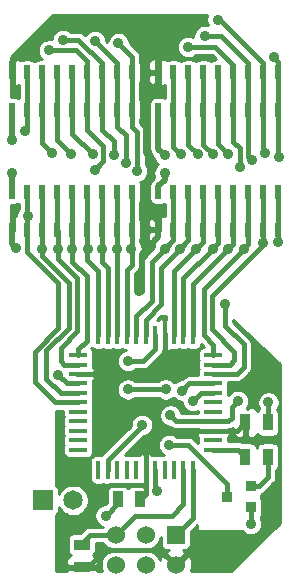
<source format=gbl>
G04 #@! TF.GenerationSoftware,KiCad,Pcbnew,(5.1.5)-3*
G04 #@! TF.CreationDate,2021-08-10T21:54:11+02:00*
G04 #@! TF.ProjectId,eam,65616d2e-6b69-4636-9164-5f7063625858,0429 -*
G04 #@! TF.SameCoordinates,Original*
G04 #@! TF.FileFunction,Copper,L2,Bot*
G04 #@! TF.FilePolarity,Positive*
%FSLAX46Y46*%
G04 Gerber Fmt 4.6, Leading zero omitted, Abs format (unit mm)*
G04 Created by KiCad (PCBNEW (5.1.5)-3) date 2021-08-10 21:54:11*
%MOMM*%
%LPD*%
G04 APERTURE LIST*
%ADD10R,0.889000X1.397000*%
%ADD11R,1.651000X1.651000*%
%ADD12C,1.651000*%
%ADD13R,1.524000X1.524000*%
%ADD14C,1.524000*%
%ADD15R,0.914400X0.914400*%
%ADD16R,1.397000X0.889000*%
%ADD17R,0.406400X1.524000*%
%ADD18R,1.524000X0.406400*%
%ADD19R,0.508000X1.143000*%
%ADD20C,0.889000*%
%ADD21C,0.381000*%
%ADD22C,0.508000*%
%ADD23C,0.254000*%
G04 APERTURE END LIST*
D10*
X120747500Y-135400000D03*
X122652500Y-135400000D03*
X109947500Y-141900000D03*
X111852500Y-141900000D03*
D11*
X103630000Y-142000000D03*
D12*
X106170000Y-142000000D03*
D13*
X114840000Y-144930000D03*
D14*
X114840000Y-147470000D03*
X112300000Y-144930000D03*
X112300000Y-147470000D03*
X109760000Y-144930000D03*
X109760000Y-147470000D03*
D15*
X121216000Y-142589000D03*
X121216000Y-140811000D03*
X119184000Y-141700000D03*
D10*
X122652500Y-138300000D03*
X120747500Y-138300000D03*
D16*
X106900000Y-147652500D03*
X106900000Y-145747500D03*
D17*
X112300000Y-139415000D03*
X111499900Y-139415000D03*
X110699800Y-139415000D03*
X109899700Y-139415000D03*
X109099600Y-139415000D03*
X108299500Y-139415000D03*
X113100100Y-139415000D03*
X113900200Y-139415000D03*
X114700300Y-139415000D03*
X115500400Y-139415000D03*
X116300500Y-139415000D03*
X112300000Y-127985000D03*
X111499900Y-127985000D03*
X110699800Y-127985000D03*
X109899700Y-127985000D03*
X109099600Y-127985000D03*
X108299500Y-127985000D03*
X113100100Y-127985000D03*
X113900200Y-127985000D03*
X114700300Y-127985000D03*
X115500400Y-127985000D03*
X116300500Y-127985000D03*
D18*
X106585000Y-133700000D03*
X118015000Y-133700000D03*
X106585000Y-132899900D03*
X118015000Y-132899900D03*
X118015000Y-132099800D03*
X106585000Y-132099800D03*
X106585000Y-131299700D03*
X118015000Y-131299700D03*
X118015000Y-130499600D03*
X106585000Y-130499600D03*
X106585000Y-129699500D03*
X118015000Y-129699500D03*
X118015000Y-134500100D03*
X106585000Y-134500100D03*
X106585000Y-135300200D03*
X118015000Y-135300200D03*
X118015000Y-136100300D03*
X106585000Y-136100300D03*
X106585000Y-136900400D03*
X118015000Y-136900400D03*
X118015000Y-137700500D03*
X106585000Y-137700500D03*
D19*
X111145000Y-105745000D03*
X109875000Y-105745000D03*
X108605000Y-105745000D03*
X107335000Y-105745000D03*
X106065000Y-105745000D03*
X104795000Y-105745000D03*
X103525000Y-105745000D03*
X102255000Y-105745000D03*
X102255000Y-115905000D03*
X103525000Y-115905000D03*
X104795000Y-115905000D03*
X106065000Y-115905000D03*
X107335000Y-115905000D03*
X108605000Y-115905000D03*
X109875000Y-115905000D03*
X111145000Y-115905000D03*
X100985000Y-115905000D03*
X100985000Y-105745000D03*
X100985000Y-108920000D03*
X100985000Y-119080000D03*
X111145000Y-119080000D03*
X109875000Y-119080000D03*
X108605000Y-119080000D03*
X107335000Y-119080000D03*
X106065000Y-119080000D03*
X104795000Y-119080000D03*
X103525000Y-119080000D03*
X102255000Y-119080000D03*
X102255000Y-108920000D03*
X103525000Y-108920000D03*
X104795000Y-108920000D03*
X106065000Y-108920000D03*
X107335000Y-108920000D03*
X108605000Y-108920000D03*
X109875000Y-108920000D03*
X111145000Y-108920000D03*
X123545000Y-108920000D03*
X122275000Y-108920000D03*
X121005000Y-108920000D03*
X119735000Y-108920000D03*
X118465000Y-108920000D03*
X117195000Y-108920000D03*
X115925000Y-108920000D03*
X114655000Y-108920000D03*
X114655000Y-119080000D03*
X115925000Y-119080000D03*
X117195000Y-119080000D03*
X118465000Y-119080000D03*
X119735000Y-119080000D03*
X121005000Y-119080000D03*
X122275000Y-119080000D03*
X123545000Y-119080000D03*
X113385000Y-119080000D03*
X113385000Y-108920000D03*
X113385000Y-105745000D03*
X113385000Y-115905000D03*
X123545000Y-115905000D03*
X122275000Y-115905000D03*
X121005000Y-115905000D03*
X119735000Y-115905000D03*
X118465000Y-115905000D03*
X117195000Y-115905000D03*
X115925000Y-115905000D03*
X114655000Y-115905000D03*
X114655000Y-105745000D03*
X115925000Y-105745000D03*
X117195000Y-105745000D03*
X118465000Y-105745000D03*
X119735000Y-105745000D03*
X121005000Y-105745000D03*
X122275000Y-105745000D03*
X123545000Y-105745000D03*
D20*
X114500000Y-130300000D03*
X108700000Y-130400000D03*
X110400000Y-135400000D03*
X102300000Y-117900000D03*
X119300000Y-120700000D03*
X115200000Y-120700000D03*
X120600000Y-120700000D03*
X116600000Y-120700000D03*
X122200000Y-120200000D03*
X118000000Y-120700000D03*
X119000000Y-125400000D03*
X123545000Y-120155000D03*
X107400000Y-120700000D03*
X103500000Y-120700000D03*
X108600000Y-120700000D03*
X104900000Y-120700000D03*
X109900000Y-120700000D03*
X106100000Y-120700000D03*
X111100000Y-120700000D03*
X113900000Y-120700000D03*
X102100000Y-110700000D03*
X115900000Y-103600000D03*
X120300000Y-113800000D03*
X116700000Y-112700000D03*
X117300000Y-102700000D03*
X121300000Y-113200000D03*
X118000000Y-112700000D03*
X118400000Y-101300000D03*
X122400000Y-112600000D03*
X119300000Y-112700000D03*
X123200000Y-104500000D03*
X123600000Y-112900000D03*
X104100000Y-103900000D03*
X108000000Y-114000000D03*
X104400000Y-112600000D03*
X105300000Y-103000000D03*
X109600000Y-112800000D03*
X106000000Y-112700000D03*
X108000000Y-103100000D03*
X110600000Y-113400000D03*
X107800000Y-112700000D03*
X110000000Y-103300000D03*
X111600000Y-114100000D03*
X115300000Y-112700000D03*
X114300000Y-137300000D03*
X112000000Y-135600000D03*
X116300000Y-133600000D03*
X115400000Y-132700000D03*
X113300000Y-141200000D03*
X114000000Y-132600000D03*
X110800000Y-132600000D03*
X104900000Y-131400000D03*
X108900000Y-143300000D03*
X110800000Y-130200000D03*
X114400000Y-134800000D03*
X120100000Y-133600000D03*
X122700000Y-133700000D03*
X121200000Y-144000000D03*
X101000000Y-114300000D03*
X101000000Y-111500000D03*
X113900000Y-114300000D03*
X113900000Y-112800000D03*
X111700000Y-124300000D03*
X101300000Y-120600000D03*
X113300000Y-103300000D03*
D21*
X114900000Y-129900000D02*
X115600000Y-129900000D01*
X114500000Y-130300000D02*
X114900000Y-129900000D01*
X112300000Y-139415000D02*
X112300000Y-140900000D01*
X109300000Y-140700000D02*
X108500000Y-141500000D01*
X112100000Y-140700000D02*
X109300000Y-140700000D01*
X112300000Y-140900000D02*
X112100000Y-140700000D01*
X118015000Y-136100300D02*
X120047200Y-136100300D01*
X120047200Y-136100300D02*
X120747500Y-135400000D01*
X111852500Y-141900000D02*
X112300000Y-141452500D01*
X112300000Y-141452500D02*
X112300000Y-139415000D01*
X106900000Y-147652500D02*
X107447500Y-147652500D01*
X113570000Y-146200000D02*
X114840000Y-147470000D01*
X108900000Y-146200000D02*
X113570000Y-146200000D01*
X107447500Y-147652500D02*
X108900000Y-146200000D01*
X106585000Y-131299700D02*
X112400300Y-131299700D01*
X112400300Y-131299700D02*
X113900200Y-129799800D01*
X113900200Y-129799800D02*
X113900200Y-127985000D01*
X112300000Y-139415000D02*
X112300000Y-137400000D01*
X113599700Y-136100300D02*
X113700000Y-136100300D01*
X113700000Y-136100300D02*
X118015000Y-136100300D01*
X112300000Y-137400000D02*
X113599700Y-136100300D01*
X102255000Y-119080000D02*
X102255000Y-117945000D01*
X102255000Y-117945000D02*
X102300000Y-117900000D01*
X102255000Y-119080000D02*
X102255000Y-115905000D01*
X106585000Y-133700000D02*
X104600000Y-133700000D01*
X102255000Y-120955000D02*
X102255000Y-119080000D01*
X104900000Y-123600000D02*
X102255000Y-120955000D01*
X104900000Y-127400000D02*
X104900000Y-123600000D01*
X102900000Y-129400000D02*
X104900000Y-127400000D01*
X102900000Y-132000000D02*
X102900000Y-129400000D01*
X104600000Y-133700000D02*
X102900000Y-132000000D01*
X119735000Y-119080000D02*
X119735000Y-115905000D01*
X119300000Y-120700000D02*
X119735000Y-120265000D01*
X119735000Y-120265000D02*
X119735000Y-119080000D01*
X116300500Y-127985000D02*
X116300500Y-123699500D01*
X116300500Y-123699500D02*
X119300000Y-120700000D01*
X112300000Y-127985000D02*
X112300000Y-126700000D01*
X113600000Y-122300000D02*
X115200000Y-120700000D01*
X113600000Y-125400000D02*
X113600000Y-122300000D01*
X112300000Y-126700000D02*
X113600000Y-125400000D01*
X115925000Y-119080000D02*
X115925000Y-115905000D01*
X115925000Y-119080000D02*
X115925000Y-119975000D01*
X115925000Y-119975000D02*
X115200000Y-120700000D01*
X121005000Y-119080000D02*
X121005000Y-115905000D01*
X120600000Y-120700000D02*
X121005000Y-120295000D01*
X121005000Y-120295000D02*
X121005000Y-119080000D01*
X118015000Y-129699500D02*
X118015000Y-128815000D01*
X117200000Y-124100000D02*
X120600000Y-120700000D01*
X117200000Y-128000000D02*
X117200000Y-124100000D01*
X118015000Y-128815000D02*
X117200000Y-128000000D01*
X117195000Y-119080000D02*
X117195000Y-115905000D01*
X116600000Y-120700000D02*
X117195000Y-120105000D01*
X117195000Y-120105000D02*
X117195000Y-119080000D01*
X114700300Y-127985000D02*
X114700300Y-122599700D01*
X114700300Y-122599700D02*
X116600000Y-120700000D01*
X122200000Y-120200000D02*
X122200000Y-119155000D01*
X122200000Y-119155000D02*
X122275000Y-119080000D01*
X122275000Y-119080000D02*
X122275000Y-115905000D01*
X118015000Y-130499600D02*
X119400400Y-130499600D01*
X122200000Y-120400000D02*
X122200000Y-120200000D01*
X117900000Y-124700000D02*
X122200000Y-120400000D01*
X117900000Y-127500000D02*
X117900000Y-124700000D01*
X119800000Y-129400000D02*
X117900000Y-127500000D01*
X119800000Y-130100000D02*
X119800000Y-129400000D01*
X119400400Y-130499600D02*
X119800000Y-130100000D01*
X118465000Y-119080000D02*
X118465000Y-115905000D01*
X118000000Y-120700000D02*
X118465000Y-120235000D01*
X118465000Y-120235000D02*
X118465000Y-119080000D01*
X115500400Y-127985000D02*
X115500400Y-123199600D01*
X115500400Y-123199600D02*
X118000000Y-120700000D01*
X119000000Y-127200000D02*
X120600000Y-128800000D01*
X119000000Y-125400000D02*
X119000000Y-127200000D01*
X123545000Y-119080000D02*
X123545000Y-115905000D01*
X123545000Y-119080000D02*
X123545000Y-120155000D01*
X120000300Y-131299700D02*
X118015000Y-131299700D01*
X120600000Y-128800000D02*
X120600000Y-130700000D01*
X120600000Y-130700000D02*
X120000300Y-131299700D01*
X107335000Y-119080000D02*
X107335000Y-115905000D01*
X107335000Y-119080000D02*
X107335000Y-120635000D01*
X107335000Y-120635000D02*
X107400000Y-120700000D01*
X108299500Y-127985000D02*
X108299500Y-122599500D01*
X107335000Y-121635000D02*
X107335000Y-119080000D01*
X108299500Y-122599500D02*
X107335000Y-121635000D01*
X103525000Y-119080000D02*
X103525000Y-115905000D01*
X103525000Y-119080000D02*
X103525000Y-120675000D01*
X103525000Y-120675000D02*
X103500000Y-120700000D01*
X106585000Y-132899900D02*
X105099900Y-132899900D01*
X103525000Y-121325000D02*
X103525000Y-119080000D01*
X105800000Y-123600000D02*
X103525000Y-121325000D01*
X105800000Y-127400000D02*
X105800000Y-123600000D01*
X103900000Y-129300000D02*
X105800000Y-127400000D01*
X103900000Y-131700000D02*
X103900000Y-129300000D01*
X105099900Y-132899900D02*
X103900000Y-131700000D01*
X108605000Y-119080000D02*
X108605000Y-115905000D01*
X108605000Y-119080000D02*
X108605000Y-120695000D01*
X108605000Y-120695000D02*
X108600000Y-120700000D01*
X109099600Y-127985000D02*
X109099600Y-122299600D01*
X108605000Y-121805000D02*
X108605000Y-119080000D01*
X109099600Y-122299600D02*
X108605000Y-121805000D01*
X104795000Y-119080000D02*
X104795000Y-115905000D01*
X106585000Y-130499600D02*
X105399600Y-130499600D01*
X104900000Y-121600000D02*
X104900000Y-120700000D01*
X106500000Y-123200000D02*
X104900000Y-121600000D01*
X106500000Y-127700000D02*
X106500000Y-123200000D01*
X105100000Y-129100000D02*
X106500000Y-127700000D01*
X105100000Y-130200000D02*
X105100000Y-129100000D01*
X105399600Y-130499600D02*
X105100000Y-130200000D01*
X104795000Y-119080000D02*
X104900000Y-119185000D01*
X104900000Y-119185000D02*
X104900000Y-120700000D01*
X109875000Y-119080000D02*
X109875000Y-115905000D01*
X109875000Y-119080000D02*
X109875000Y-120675000D01*
X109875000Y-120675000D02*
X109900000Y-120700000D01*
X109899700Y-127985000D02*
X109899700Y-119104700D01*
X109899700Y-119104700D02*
X109875000Y-119080000D01*
X106585000Y-129699500D02*
X106585000Y-129215000D01*
X106100000Y-121800000D02*
X106100000Y-120700000D01*
X107300000Y-123000000D02*
X106100000Y-121800000D01*
X107300000Y-128500000D02*
X107300000Y-123000000D01*
X106585000Y-129215000D02*
X107300000Y-128500000D01*
X106065000Y-119080000D02*
X106065000Y-115905000D01*
X106065000Y-119080000D02*
X106065000Y-120665000D01*
X106065000Y-120665000D02*
X106100000Y-120700000D01*
X111145000Y-119080000D02*
X111145000Y-115905000D01*
X111145000Y-119080000D02*
X111145000Y-120655000D01*
X111145000Y-120655000D02*
X111100000Y-120700000D01*
X110699800Y-127985000D02*
X110699800Y-122500200D01*
X111145000Y-122055000D02*
X111145000Y-119080000D01*
X110699800Y-122500200D02*
X111145000Y-122055000D01*
X111499900Y-127985000D02*
X111499900Y-126400100D01*
X112800000Y-121800000D02*
X113900000Y-120700000D01*
X112800000Y-125100000D02*
X112800000Y-121800000D01*
X111499900Y-126400100D02*
X112800000Y-125100000D01*
X114655000Y-119080000D02*
X114655000Y-115905000D01*
X113900000Y-120700000D02*
X114655000Y-119945000D01*
X114655000Y-119945000D02*
X114655000Y-119080000D01*
X102255000Y-108920000D02*
X102255000Y-105745000D01*
X102255000Y-108920000D02*
X102255000Y-110545000D01*
X102255000Y-110545000D02*
X102100000Y-110700000D01*
X119735000Y-105745000D02*
X119735000Y-105135000D01*
X118200000Y-103600000D02*
X115900000Y-103600000D01*
X119735000Y-105135000D02*
X118200000Y-103600000D01*
X119735000Y-108920000D02*
X119735000Y-105745000D01*
X119735000Y-108920000D02*
X119735000Y-111635000D01*
X120300000Y-112200000D02*
X120300000Y-113800000D01*
X119735000Y-111635000D02*
X120300000Y-112200000D01*
X115925000Y-108920000D02*
X115925000Y-105745000D01*
X115925000Y-108920000D02*
X115925000Y-111925000D01*
X115925000Y-111925000D02*
X116700000Y-112700000D01*
X121005000Y-108920000D02*
X121005000Y-105745000D01*
X121005000Y-105745000D02*
X121005000Y-105005000D01*
X121005000Y-105005000D02*
X118700000Y-102700000D01*
X118700000Y-102700000D02*
X117300000Y-102700000D01*
X121005000Y-112905000D02*
X121005000Y-108920000D01*
X121300000Y-113200000D02*
X121005000Y-112905000D01*
X117195000Y-108920000D02*
X117195000Y-105745000D01*
X117195000Y-108920000D02*
X117195000Y-111895000D01*
X117195000Y-111895000D02*
X118000000Y-112700000D01*
X122275000Y-108920000D02*
X122275000Y-105745000D01*
X122275000Y-105745000D02*
X122275000Y-104975000D01*
X122275000Y-104975000D02*
X118600000Y-101300000D01*
X118600000Y-101300000D02*
X118400000Y-101300000D01*
X122275000Y-112475000D02*
X122275000Y-108920000D01*
X122400000Y-112600000D02*
X122275000Y-112475000D01*
X118465000Y-108920000D02*
X118465000Y-105745000D01*
X118465000Y-108920000D02*
X118465000Y-111865000D01*
X118465000Y-111865000D02*
X119300000Y-112700000D01*
X123545000Y-105745000D02*
X123545000Y-104845000D01*
X123545000Y-104845000D02*
X123200000Y-104500000D01*
X123545000Y-108920000D02*
X123545000Y-105745000D01*
X123545000Y-112845000D02*
X123545000Y-108920000D01*
X123600000Y-112900000D02*
X123545000Y-112845000D01*
X107335000Y-105745000D02*
X107335000Y-104835000D01*
X106400000Y-103900000D02*
X104100000Y-103900000D01*
X107335000Y-104835000D02*
X106400000Y-103900000D01*
X107335000Y-108920000D02*
X107335000Y-105745000D01*
X107335000Y-108920000D02*
X107335000Y-110635000D01*
X108700000Y-113300000D02*
X108000000Y-114000000D01*
X108700000Y-112000000D02*
X108700000Y-113300000D01*
X107335000Y-110635000D02*
X108700000Y-112000000D01*
X103525000Y-108920000D02*
X103525000Y-105745000D01*
X103525000Y-108920000D02*
X103525000Y-111725000D01*
X103525000Y-111725000D02*
X104400000Y-112600000D01*
X108605000Y-105745000D02*
X108605000Y-105005000D01*
X106600000Y-103000000D02*
X105300000Y-103000000D01*
X108605000Y-105005000D02*
X106600000Y-103000000D01*
X108605000Y-108920000D02*
X108605000Y-105745000D01*
X108605000Y-110605000D02*
X108605000Y-108920000D01*
X109600000Y-111600000D02*
X108605000Y-110605000D01*
X109600000Y-112800000D02*
X109600000Y-111600000D01*
X104795000Y-108920000D02*
X104795000Y-105745000D01*
X104795000Y-108920000D02*
X104795000Y-111495000D01*
X104795000Y-111495000D02*
X106000000Y-112700000D01*
X109875000Y-105745000D02*
X109875000Y-104975000D01*
X109875000Y-104975000D02*
X108000000Y-103100000D01*
X109875000Y-108920000D02*
X109875000Y-105745000D01*
X109875000Y-110375000D02*
X109875000Y-108920000D01*
X110600000Y-111100000D02*
X109875000Y-110375000D01*
X110600000Y-113400000D02*
X110600000Y-111100000D01*
X106065000Y-108920000D02*
X106065000Y-105745000D01*
X106065000Y-108920000D02*
X106065000Y-110965000D01*
X106065000Y-110965000D02*
X107800000Y-112700000D01*
X111145000Y-105745000D02*
X111145000Y-104445000D01*
X111145000Y-104445000D02*
X110000000Y-103300000D01*
X111145000Y-108920000D02*
X111145000Y-105745000D01*
X111145000Y-110345000D02*
X111145000Y-108920000D01*
X111600000Y-110800000D02*
X111145000Y-110345000D01*
X111600000Y-114100000D02*
X111600000Y-110800000D01*
X114655000Y-108920000D02*
X114655000Y-105745000D01*
X114655000Y-108920000D02*
X114655000Y-112055000D01*
X114655000Y-112055000D02*
X115300000Y-112700000D01*
X119184000Y-140584000D02*
X119184000Y-141700000D01*
X115900000Y-137300000D02*
X119184000Y-140584000D01*
X114300000Y-137300000D02*
X115900000Y-137300000D01*
X112000000Y-135600000D02*
X112000000Y-135700000D01*
X112000000Y-135700000D02*
X109099600Y-138600400D01*
X109099600Y-138600400D02*
X109099600Y-139415000D01*
X118015000Y-137700500D02*
X120148000Y-137700500D01*
X120148000Y-137700500D02*
X120747500Y-138300000D01*
X117000100Y-132899900D02*
X118015000Y-132899900D01*
X116300000Y-133600000D02*
X117000100Y-132899900D01*
X116000200Y-132099800D02*
X118015000Y-132099800D01*
X115400000Y-132700000D02*
X116000200Y-132099800D01*
X113100100Y-139415000D02*
X113100100Y-141000100D01*
X113100100Y-141000100D02*
X113300000Y-141200000D01*
X110800000Y-132600000D02*
X114000000Y-132600000D01*
X106585000Y-132099800D02*
X105599800Y-132099800D01*
X105599800Y-132099800D02*
X104900000Y-131400000D01*
X109947500Y-141900000D02*
X109947500Y-142252500D01*
X109947500Y-142252500D02*
X108900000Y-143300000D01*
X113100100Y-127985000D02*
X113100100Y-129199900D01*
X112100000Y-130200000D02*
X110800000Y-130200000D01*
X113100100Y-129199900D02*
X112100000Y-130200000D01*
X118015000Y-135300200D02*
X114900200Y-135300200D01*
X114900200Y-135300200D02*
X114400000Y-134800000D01*
X118015000Y-135300200D02*
X119299800Y-135300200D01*
X119600000Y-134100000D02*
X120100000Y-133600000D01*
X119600000Y-135000000D02*
X119600000Y-134100000D01*
X119299800Y-135300200D02*
X119600000Y-135000000D01*
X122652500Y-135400000D02*
X122700000Y-135352500D01*
X122700000Y-135352500D02*
X122700000Y-133700000D01*
X121216000Y-142589000D02*
X121200000Y-142605000D01*
X121200000Y-142605000D02*
X121200000Y-144000000D01*
D22*
X100985000Y-114315000D02*
X101000000Y-114300000D01*
X100985000Y-114315000D02*
X100985000Y-115905000D01*
X100985000Y-108920000D02*
X100985000Y-111485000D01*
X100985000Y-111485000D02*
X101000000Y-111500000D01*
X113385000Y-115905000D02*
X113385000Y-115415000D01*
X113900000Y-114900000D02*
X113900000Y-114300000D01*
X113385000Y-115415000D02*
X113900000Y-114900000D01*
X113385000Y-108920000D02*
X113385000Y-112285000D01*
X113385000Y-112285000D02*
X113900000Y-112800000D01*
X112000000Y-122700000D02*
X112000000Y-124000000D01*
X112000000Y-122700000D02*
X112000000Y-121100000D01*
X112000000Y-121100000D02*
X113385000Y-119715000D01*
X113385000Y-119080000D02*
X113385000Y-119715000D01*
X112000000Y-124000000D02*
X111700000Y-124300000D01*
X100985000Y-120285000D02*
X101300000Y-120600000D01*
X100985000Y-119080000D02*
X100985000Y-120285000D01*
X113385000Y-105745000D02*
X113385000Y-106715000D01*
X113385000Y-118385000D02*
X113385000Y-119080000D01*
X112300000Y-117300000D02*
X113385000Y-118385000D01*
X112300000Y-115200000D02*
X112300000Y-117300000D01*
X112700000Y-114800000D02*
X112300000Y-115200000D01*
X112700000Y-113000000D02*
X112700000Y-114800000D01*
X112300000Y-112600000D02*
X112700000Y-113000000D01*
X112300000Y-107800000D02*
X112300000Y-112600000D01*
X113385000Y-106715000D02*
X112300000Y-107800000D01*
X113300000Y-103300000D02*
X111600000Y-101600000D01*
X100985000Y-104915000D02*
X100985000Y-105745000D01*
X104300000Y-101600000D02*
X100985000Y-104915000D01*
X111600000Y-101600000D02*
X104300000Y-101600000D01*
X113385000Y-103385000D02*
X113385000Y-105745000D01*
X113300000Y-103300000D02*
X113385000Y-103385000D01*
D21*
X114840000Y-144930000D02*
X116300500Y-143469500D01*
X116300500Y-143469500D02*
X116300500Y-139415000D01*
X106900000Y-145747500D02*
X106900000Y-145600000D01*
X107570000Y-144930000D02*
X109760000Y-144930000D01*
X106900000Y-145600000D02*
X107570000Y-144930000D01*
X109760000Y-144930000D02*
X111390000Y-143300000D01*
X115500400Y-142299600D02*
X115500400Y-139415000D01*
X114500000Y-143300000D02*
X115500400Y-142299600D01*
X111390000Y-143300000D02*
X114500000Y-143300000D01*
X121216000Y-140811000D02*
X121889000Y-140811000D01*
X122652500Y-140047500D02*
X122652500Y-138300000D01*
X121889000Y-140811000D02*
X122652500Y-140047500D01*
D23*
G36*
X114001800Y-126721350D02*
G01*
X113976400Y-126746750D01*
X113976400Y-127858000D01*
X113986643Y-127858000D01*
X113986643Y-128112000D01*
X113976400Y-128112000D01*
X113976400Y-129223250D01*
X114135150Y-129382000D01*
X114237070Y-129370914D01*
X114356221Y-129332847D01*
X114465657Y-129272268D01*
X114484625Y-129256228D01*
X114497100Y-129257457D01*
X114903500Y-129257457D01*
X115003085Y-129247649D01*
X115098843Y-129218601D01*
X115100350Y-129217795D01*
X115101857Y-129218601D01*
X115197615Y-129247649D01*
X115297200Y-129257457D01*
X115703600Y-129257457D01*
X115803185Y-129247649D01*
X115898943Y-129218601D01*
X115900450Y-129217795D01*
X115901957Y-129218601D01*
X115997715Y-129247649D01*
X116097300Y-129257457D01*
X116503700Y-129257457D01*
X116603285Y-129247649D01*
X116699043Y-129218601D01*
X116787295Y-129171429D01*
X116864648Y-129107948D01*
X116928129Y-129030595D01*
X116975301Y-128942343D01*
X117004349Y-128846585D01*
X117009227Y-128797055D01*
X117202945Y-128990773D01*
X117153415Y-128995651D01*
X117057657Y-129024699D01*
X116969405Y-129071871D01*
X116892052Y-129135352D01*
X116828571Y-129212705D01*
X116781399Y-129300957D01*
X116752351Y-129396715D01*
X116742543Y-129496300D01*
X116742543Y-129902700D01*
X116752351Y-130002285D01*
X116781399Y-130098043D01*
X116782205Y-130099550D01*
X116781399Y-130101057D01*
X116752351Y-130196815D01*
X116742543Y-130296400D01*
X116742543Y-130702800D01*
X116752351Y-130802385D01*
X116781399Y-130898143D01*
X116782205Y-130899650D01*
X116781399Y-130901157D01*
X116752351Y-130996915D01*
X116742543Y-131096500D01*
X116742543Y-131401300D01*
X116034498Y-131401300D01*
X116000200Y-131397922D01*
X115965902Y-131401300D01*
X115965891Y-131401300D01*
X115863270Y-131411407D01*
X115731603Y-131451348D01*
X115731601Y-131451349D01*
X115610256Y-131516209D01*
X115530546Y-131581626D01*
X115530543Y-131581629D01*
X115503897Y-131603497D01*
X115482029Y-131630143D01*
X115364672Y-131747500D01*
X115306187Y-131747500D01*
X115122166Y-131784104D01*
X114948822Y-131855905D01*
X114792816Y-131960145D01*
X114747982Y-132004979D01*
X114739855Y-131992816D01*
X114607184Y-131860145D01*
X114451178Y-131755905D01*
X114277834Y-131684104D01*
X114093813Y-131647500D01*
X113906187Y-131647500D01*
X113722166Y-131684104D01*
X113548822Y-131755905D01*
X113392816Y-131860145D01*
X113351461Y-131901500D01*
X111448539Y-131901500D01*
X111407184Y-131860145D01*
X111251178Y-131755905D01*
X111077834Y-131684104D01*
X110893813Y-131647500D01*
X110706187Y-131647500D01*
X110522166Y-131684104D01*
X110348822Y-131755905D01*
X110192816Y-131860145D01*
X110060145Y-131992816D01*
X109955905Y-132148822D01*
X109884104Y-132322166D01*
X109847500Y-132506187D01*
X109847500Y-132693813D01*
X109884104Y-132877834D01*
X109955905Y-133051178D01*
X110060145Y-133207184D01*
X110192816Y-133339855D01*
X110348822Y-133444095D01*
X110522166Y-133515896D01*
X110706187Y-133552500D01*
X110893813Y-133552500D01*
X111077834Y-133515896D01*
X111251178Y-133444095D01*
X111407184Y-133339855D01*
X111448539Y-133298500D01*
X113351461Y-133298500D01*
X113392816Y-133339855D01*
X113548822Y-133444095D01*
X113722166Y-133515896D01*
X113906187Y-133552500D01*
X114093813Y-133552500D01*
X114277834Y-133515896D01*
X114451178Y-133444095D01*
X114607184Y-133339855D01*
X114652018Y-133295021D01*
X114660145Y-133307184D01*
X114792816Y-133439855D01*
X114948822Y-133544095D01*
X115122166Y-133615896D01*
X115306187Y-133652500D01*
X115347500Y-133652500D01*
X115347500Y-133693813D01*
X115384104Y-133877834D01*
X115455905Y-134051178D01*
X115560145Y-134207184D01*
X115692816Y-134339855D01*
X115848822Y-134444095D01*
X116022166Y-134515896D01*
X116206187Y-134552500D01*
X116393813Y-134552500D01*
X116577834Y-134515896D01*
X116742543Y-134447672D01*
X116742543Y-134601700D01*
X115331716Y-134601700D01*
X115315896Y-134522166D01*
X115244095Y-134348822D01*
X115139855Y-134192816D01*
X115007184Y-134060145D01*
X114851178Y-133955905D01*
X114677834Y-133884104D01*
X114493813Y-133847500D01*
X114306187Y-133847500D01*
X114122166Y-133884104D01*
X113948822Y-133955905D01*
X113792816Y-134060145D01*
X113660145Y-134192816D01*
X113555905Y-134348822D01*
X113484104Y-134522166D01*
X113447500Y-134706187D01*
X113447500Y-134893813D01*
X113484104Y-135077834D01*
X113555905Y-135251178D01*
X113660145Y-135407184D01*
X113792816Y-135539855D01*
X113948822Y-135644095D01*
X114122166Y-135715896D01*
X114306187Y-135752500D01*
X114364672Y-135752500D01*
X114382029Y-135769857D01*
X114403897Y-135796503D01*
X114430543Y-135818371D01*
X114430546Y-135818374D01*
X114453157Y-135836930D01*
X114510257Y-135883791D01*
X114631603Y-135948652D01*
X114763270Y-135988593D01*
X114865891Y-135998700D01*
X114865902Y-135998700D01*
X114900200Y-136002078D01*
X114934498Y-135998700D01*
X116751350Y-135998700D01*
X116776750Y-136024100D01*
X117888000Y-136024100D01*
X117888000Y-136013857D01*
X118142000Y-136013857D01*
X118142000Y-136024100D01*
X119253250Y-136024100D01*
X119277471Y-135999879D01*
X119299800Y-136002078D01*
X119334098Y-135998700D01*
X119334109Y-135998700D01*
X119436730Y-135988593D01*
X119568397Y-135948652D01*
X119666433Y-135896250D01*
X119664928Y-136098500D01*
X119677188Y-136222982D01*
X119713498Y-136342680D01*
X119772463Y-136452994D01*
X119851815Y-136549685D01*
X119948506Y-136629037D01*
X120058820Y-136688002D01*
X120178518Y-136724312D01*
X120303000Y-136736572D01*
X120461750Y-136733500D01*
X120620500Y-136574750D01*
X120620500Y-135527000D01*
X120600500Y-135527000D01*
X120600500Y-135273000D01*
X120620500Y-135273000D01*
X120620500Y-135253000D01*
X120874500Y-135253000D01*
X120874500Y-135273000D01*
X120894500Y-135273000D01*
X120894500Y-135527000D01*
X120874500Y-135527000D01*
X120874500Y-136574750D01*
X121033250Y-136733500D01*
X121192000Y-136736572D01*
X121316482Y-136724312D01*
X121436180Y-136688002D01*
X121546494Y-136629037D01*
X121643185Y-136549685D01*
X121722537Y-136452994D01*
X121772003Y-136360452D01*
X121783571Y-136382095D01*
X121847052Y-136459448D01*
X121924405Y-136522929D01*
X122012657Y-136570101D01*
X122108415Y-136599149D01*
X122208000Y-136608957D01*
X123097000Y-136608957D01*
X123196585Y-136599149D01*
X123292343Y-136570101D01*
X123380595Y-136522929D01*
X123457948Y-136459448D01*
X123521429Y-136382095D01*
X123568601Y-136293843D01*
X123597649Y-136198085D01*
X123607457Y-136098500D01*
X123607457Y-134701500D01*
X123597649Y-134601915D01*
X123568601Y-134506157D01*
X123521429Y-134417905D01*
X123457948Y-134340552D01*
X123429683Y-134317356D01*
X123439855Y-134307184D01*
X123544095Y-134151178D01*
X123615896Y-133977834D01*
X123652500Y-133793813D01*
X123652500Y-133606187D01*
X123615896Y-133422166D01*
X123544095Y-133248822D01*
X123439855Y-133092816D01*
X123307184Y-132960145D01*
X123151178Y-132855905D01*
X122977834Y-132784104D01*
X122793813Y-132747500D01*
X122606187Y-132747500D01*
X122422166Y-132784104D01*
X122248822Y-132855905D01*
X122092816Y-132960145D01*
X121960145Y-133092816D01*
X121855905Y-133248822D01*
X121784104Y-133422166D01*
X121747500Y-133606187D01*
X121747500Y-133793813D01*
X121784104Y-133977834D01*
X121855905Y-134151178D01*
X121935914Y-134270919D01*
X121924405Y-134277071D01*
X121847052Y-134340552D01*
X121783571Y-134417905D01*
X121772003Y-134439548D01*
X121722537Y-134347006D01*
X121643185Y-134250315D01*
X121546494Y-134170963D01*
X121436180Y-134111998D01*
X121316482Y-134075688D01*
X121192000Y-134063428D01*
X121033250Y-134066500D01*
X120874502Y-134225248D01*
X120874502Y-134155331D01*
X120944095Y-134051178D01*
X121015896Y-133877834D01*
X121052500Y-133693813D01*
X121052500Y-133506187D01*
X121015896Y-133322166D01*
X120944095Y-133148822D01*
X120839855Y-132992816D01*
X120707184Y-132860145D01*
X120551178Y-132755905D01*
X120377834Y-132684104D01*
X120193813Y-132647500D01*
X120006187Y-132647500D01*
X119822166Y-132684104D01*
X119648822Y-132755905D01*
X119492816Y-132860145D01*
X119360145Y-132992816D01*
X119287457Y-133101601D01*
X119287457Y-132696700D01*
X119277649Y-132597115D01*
X119248601Y-132501357D01*
X119247795Y-132499850D01*
X119248601Y-132498343D01*
X119277649Y-132402585D01*
X119287457Y-132303000D01*
X119287457Y-131998200D01*
X119966002Y-131998200D01*
X120000300Y-132001578D01*
X120034598Y-131998200D01*
X120034609Y-131998200D01*
X120137230Y-131988093D01*
X120268897Y-131948152D01*
X120390243Y-131883291D01*
X120496603Y-131796003D01*
X120518475Y-131769352D01*
X121069657Y-131218171D01*
X121096303Y-131196303D01*
X121118171Y-131169657D01*
X121118174Y-131169654D01*
X121183591Y-131089944D01*
X121226291Y-131010057D01*
X121248452Y-130968597D01*
X121288393Y-130836930D01*
X121298500Y-130734309D01*
X121298500Y-130734298D01*
X121301878Y-130700000D01*
X121298500Y-130665702D01*
X121298500Y-128834298D01*
X121301878Y-128800000D01*
X121298500Y-128765702D01*
X121298500Y-128765691D01*
X121288393Y-128663070D01*
X121248452Y-128531403D01*
X121215446Y-128469653D01*
X121183591Y-128410056D01*
X121118174Y-128330346D01*
X121118167Y-128330339D01*
X121096302Y-128303697D01*
X121069662Y-128281834D01*
X119698500Y-126910673D01*
X119698500Y-126751738D01*
X123673000Y-130455249D01*
X123673000Y-143946496D01*
X119548289Y-147973000D01*
X116147216Y-147973000D01*
X116162756Y-147939952D01*
X116229023Y-147672865D01*
X116241910Y-147397983D01*
X116200922Y-147125867D01*
X116107636Y-146866977D01*
X116045656Y-146751020D01*
X115805565Y-146684040D01*
X115019605Y-147470000D01*
X115033748Y-147484143D01*
X114854143Y-147663748D01*
X114840000Y-147649605D01*
X114825858Y-147663748D01*
X114646253Y-147484143D01*
X114660395Y-147470000D01*
X113874435Y-146684040D01*
X113634344Y-146751020D01*
X113517244Y-147000048D01*
X113503284Y-147056314D01*
X113425459Y-146868429D01*
X113286473Y-146660422D01*
X113109578Y-146483527D01*
X112901571Y-146344541D01*
X112670445Y-146248805D01*
X112425084Y-146200000D01*
X112670445Y-146151195D01*
X112901571Y-146055459D01*
X113109578Y-145916473D01*
X113286473Y-145739578D01*
X113425459Y-145531571D01*
X113521195Y-145300445D01*
X113567543Y-145067436D01*
X113567543Y-145692000D01*
X113577351Y-145791585D01*
X113606399Y-145887343D01*
X113653571Y-145975595D01*
X113717052Y-146052948D01*
X113794405Y-146116429D01*
X113882657Y-146163601D01*
X113978415Y-146192649D01*
X114078000Y-146202457D01*
X114236803Y-146202457D01*
X114121020Y-146264344D01*
X114054040Y-146504435D01*
X114840000Y-147290395D01*
X115625960Y-146504435D01*
X115558980Y-146264344D01*
X115427369Y-146202457D01*
X115602000Y-146202457D01*
X115701585Y-146192649D01*
X115797343Y-146163601D01*
X115885595Y-146116429D01*
X115962948Y-146052948D01*
X116026429Y-145975595D01*
X116073601Y-145887343D01*
X116102649Y-145791585D01*
X116112457Y-145692000D01*
X116112457Y-144645371D01*
X116673000Y-144084828D01*
X116673000Y-144500000D01*
X116675440Y-144524776D01*
X116682667Y-144548601D01*
X116694403Y-144570557D01*
X116710197Y-144589803D01*
X116729443Y-144605597D01*
X116751399Y-144617333D01*
X116775224Y-144624560D01*
X116800000Y-144627000D01*
X120479961Y-144627000D01*
X120592816Y-144739855D01*
X120748822Y-144844095D01*
X120922166Y-144915896D01*
X121106187Y-144952500D01*
X121293813Y-144952500D01*
X121477834Y-144915896D01*
X121651178Y-144844095D01*
X121807184Y-144739855D01*
X121922228Y-144624811D01*
X121924776Y-144624560D01*
X121948601Y-144617333D01*
X121970557Y-144605597D01*
X121989803Y-144589803D01*
X122005597Y-144570557D01*
X122017333Y-144548601D01*
X122024560Y-144524776D01*
X122027000Y-144500000D01*
X122027000Y-144476762D01*
X122044095Y-144451178D01*
X122115896Y-144277834D01*
X122152500Y-144093813D01*
X122152500Y-143906187D01*
X122115896Y-143722166D01*
X122044095Y-143548822D01*
X122027000Y-143523238D01*
X122027000Y-143413014D01*
X122034148Y-143407148D01*
X122097629Y-143329795D01*
X122144801Y-143241543D01*
X122173849Y-143145785D01*
X122183657Y-143046200D01*
X122183657Y-142131800D01*
X122173849Y-142032215D01*
X122144801Y-141936457D01*
X122097629Y-141848205D01*
X122034148Y-141770852D01*
X122027000Y-141764986D01*
X122027000Y-141635014D01*
X122034148Y-141629148D01*
X122097629Y-141551795D01*
X122144801Y-141463543D01*
X122144871Y-141463312D01*
X122157597Y-141459452D01*
X122278943Y-141394591D01*
X122385303Y-141307303D01*
X122407175Y-141280652D01*
X123122161Y-140565666D01*
X123148802Y-140543803D01*
X123170667Y-140517161D01*
X123170674Y-140517154D01*
X123236091Y-140437444D01*
X123300951Y-140316099D01*
X123301162Y-140315404D01*
X123340893Y-140184430D01*
X123351000Y-140081809D01*
X123351000Y-140081799D01*
X123354378Y-140047501D01*
X123351000Y-140013203D01*
X123351000Y-139438748D01*
X123380595Y-139422929D01*
X123457948Y-139359448D01*
X123521429Y-139282095D01*
X123568601Y-139193843D01*
X123597649Y-139098085D01*
X123607457Y-138998500D01*
X123607457Y-137601500D01*
X123597649Y-137501915D01*
X123568601Y-137406157D01*
X123521429Y-137317905D01*
X123457948Y-137240552D01*
X123380595Y-137177071D01*
X123292343Y-137129899D01*
X123196585Y-137100851D01*
X123097000Y-137091043D01*
X122208000Y-137091043D01*
X122108415Y-137100851D01*
X122012657Y-137129899D01*
X121924405Y-137177071D01*
X121847052Y-137240552D01*
X121783571Y-137317905D01*
X121736399Y-137406157D01*
X121707351Y-137501915D01*
X121700000Y-137576553D01*
X121692649Y-137501915D01*
X121663601Y-137406157D01*
X121616429Y-137317905D01*
X121552948Y-137240552D01*
X121475595Y-137177071D01*
X121387343Y-137129899D01*
X121291585Y-137100851D01*
X121192000Y-137091043D01*
X120489551Y-137091043D01*
X120416597Y-137052048D01*
X120284930Y-137012107D01*
X120182309Y-137002000D01*
X120182298Y-137002000D01*
X120148000Y-136998622D01*
X120113702Y-137002000D01*
X119287457Y-137002000D01*
X119287457Y-136697200D01*
X119286228Y-136684725D01*
X119302268Y-136665757D01*
X119362847Y-136556321D01*
X119400914Y-136437170D01*
X119412000Y-136335250D01*
X119253250Y-136176500D01*
X118142000Y-136176500D01*
X118142000Y-136186743D01*
X117888000Y-136186743D01*
X117888000Y-136176500D01*
X116776750Y-136176500D01*
X116618000Y-136335250D01*
X116629086Y-136437170D01*
X116667153Y-136556321D01*
X116727732Y-136665757D01*
X116743772Y-136684725D01*
X116742543Y-136697200D01*
X116742543Y-137103600D01*
X116748127Y-137160300D01*
X116418175Y-136830348D01*
X116396303Y-136803697D01*
X116289943Y-136716409D01*
X116168597Y-136651548D01*
X116036930Y-136611607D01*
X115934309Y-136601500D01*
X115934298Y-136601500D01*
X115900000Y-136598122D01*
X115865702Y-136601500D01*
X114948539Y-136601500D01*
X114907184Y-136560145D01*
X114751178Y-136455905D01*
X114577834Y-136384104D01*
X114393813Y-136347500D01*
X114206187Y-136347500D01*
X114022166Y-136384104D01*
X113848822Y-136455905D01*
X113692816Y-136560145D01*
X113560145Y-136692816D01*
X113455905Y-136848822D01*
X113384104Y-137022166D01*
X113347500Y-137206187D01*
X113347500Y-137393813D01*
X113384104Y-137577834D01*
X113455905Y-137751178D01*
X113560145Y-137907184D01*
X113692816Y-138039855D01*
X113846499Y-138142543D01*
X113697000Y-138142543D01*
X113597415Y-138152351D01*
X113501657Y-138181399D01*
X113500150Y-138182205D01*
X113498643Y-138181399D01*
X113402885Y-138152351D01*
X113303300Y-138142543D01*
X112896900Y-138142543D01*
X112884425Y-138143772D01*
X112865457Y-138127732D01*
X112756021Y-138067153D01*
X112636870Y-138029086D01*
X112534950Y-138018000D01*
X112376200Y-138176750D01*
X112376200Y-139288000D01*
X112386443Y-139288000D01*
X112386443Y-139542000D01*
X112376200Y-139542000D01*
X112376200Y-139562000D01*
X112223800Y-139562000D01*
X112223800Y-139542000D01*
X112213557Y-139542000D01*
X112213557Y-139288000D01*
X112223800Y-139288000D01*
X112223800Y-138176750D01*
X112065050Y-138018000D01*
X111963130Y-138029086D01*
X111843979Y-138067153D01*
X111734543Y-138127732D01*
X111715575Y-138143772D01*
X111703100Y-138142543D01*
X111296700Y-138142543D01*
X111197115Y-138152351D01*
X111101357Y-138181399D01*
X111099850Y-138182205D01*
X111098343Y-138181399D01*
X111002585Y-138152351D01*
X110903000Y-138142543D01*
X110545284Y-138142543D01*
X112145636Y-136542192D01*
X112277834Y-136515896D01*
X112451178Y-136444095D01*
X112607184Y-136339855D01*
X112739855Y-136207184D01*
X112844095Y-136051178D01*
X112915896Y-135877834D01*
X112952500Y-135693813D01*
X112952500Y-135506187D01*
X112915896Y-135322166D01*
X112844095Y-135148822D01*
X112739855Y-134992816D01*
X112607184Y-134860145D01*
X112451178Y-134755905D01*
X112277834Y-134684104D01*
X112093813Y-134647500D01*
X111906187Y-134647500D01*
X111722166Y-134684104D01*
X111548822Y-134755905D01*
X111392816Y-134860145D01*
X111260145Y-134992816D01*
X111155905Y-135148822D01*
X111084104Y-135322166D01*
X111047500Y-135506187D01*
X111047500Y-135664672D01*
X108629944Y-138082229D01*
X108603297Y-138104098D01*
X108581429Y-138130744D01*
X108581426Y-138130747D01*
X108566582Y-138148835D01*
X108502700Y-138142543D01*
X108096300Y-138142543D01*
X107996715Y-138152351D01*
X107900957Y-138181399D01*
X107812705Y-138228571D01*
X107735352Y-138292052D01*
X107671871Y-138369405D01*
X107624699Y-138457657D01*
X107595651Y-138553415D01*
X107585843Y-138653000D01*
X107585843Y-140177000D01*
X107595651Y-140276585D01*
X107624699Y-140372343D01*
X107671871Y-140460595D01*
X107735352Y-140537948D01*
X107812705Y-140601429D01*
X107900957Y-140648601D01*
X107996715Y-140677649D01*
X108096300Y-140687457D01*
X108502700Y-140687457D01*
X108602285Y-140677649D01*
X108698043Y-140648601D01*
X108699550Y-140647795D01*
X108701057Y-140648601D01*
X108796815Y-140677649D01*
X108896400Y-140687457D01*
X109302800Y-140687457D01*
X109402385Y-140677649D01*
X109498143Y-140648601D01*
X109499650Y-140647795D01*
X109501157Y-140648601D01*
X109596915Y-140677649D01*
X109696500Y-140687457D01*
X110102900Y-140687457D01*
X110202485Y-140677649D01*
X110298243Y-140648601D01*
X110299750Y-140647795D01*
X110301257Y-140648601D01*
X110397015Y-140677649D01*
X110496600Y-140687457D01*
X110903000Y-140687457D01*
X111002585Y-140677649D01*
X111091403Y-140650706D01*
X111053506Y-140670963D01*
X110956815Y-140750315D01*
X110877463Y-140847006D01*
X110827997Y-140939548D01*
X110816429Y-140917905D01*
X110752948Y-140840552D01*
X110675595Y-140777071D01*
X110587343Y-140729899D01*
X110491585Y-140700851D01*
X110392000Y-140691043D01*
X109503000Y-140691043D01*
X109403415Y-140700851D01*
X109307657Y-140729899D01*
X109219405Y-140777071D01*
X109142052Y-140840552D01*
X109078571Y-140917905D01*
X109031399Y-141006157D01*
X109002351Y-141101915D01*
X108992543Y-141201500D01*
X108992543Y-142219629D01*
X108864673Y-142347500D01*
X108806187Y-142347500D01*
X108622166Y-142384104D01*
X108448822Y-142455905D01*
X108292816Y-142560145D01*
X108160145Y-142692816D01*
X108055905Y-142848822D01*
X107984104Y-143022166D01*
X107947500Y-143206187D01*
X107947500Y-143393813D01*
X107984104Y-143577834D01*
X108055905Y-143751178D01*
X108160145Y-143907184D01*
X108292816Y-144039855D01*
X108448822Y-144144095D01*
X108622166Y-144215896D01*
X108699460Y-144231271D01*
X108699307Y-144231500D01*
X107604297Y-144231500D01*
X107569999Y-144228122D01*
X107535701Y-144231500D01*
X107535691Y-144231500D01*
X107433070Y-144241607D01*
X107301403Y-144281548D01*
X107301401Y-144281549D01*
X107180056Y-144346409D01*
X107100345Y-144411826D01*
X107100337Y-144411834D01*
X107073697Y-144433697D01*
X107051833Y-144460338D01*
X106719629Y-144792543D01*
X106201500Y-144792543D01*
X106101915Y-144802351D01*
X106006157Y-144831399D01*
X105917905Y-144878571D01*
X105840552Y-144942052D01*
X105777071Y-145019405D01*
X105729899Y-145107657D01*
X105700851Y-145203415D01*
X105691043Y-145303000D01*
X105691043Y-146192000D01*
X105700851Y-146291585D01*
X105729899Y-146387343D01*
X105777071Y-146475595D01*
X105840552Y-146552948D01*
X105917905Y-146616429D01*
X105939548Y-146627997D01*
X105847006Y-146677463D01*
X105750315Y-146756815D01*
X105670963Y-146853506D01*
X105611998Y-146963820D01*
X105575688Y-147083518D01*
X105563428Y-147208000D01*
X105566500Y-147366750D01*
X105725250Y-147525500D01*
X106773000Y-147525500D01*
X106773000Y-147505500D01*
X107027000Y-147505500D01*
X107027000Y-147525500D01*
X108074750Y-147525500D01*
X108233500Y-147366750D01*
X108236572Y-147208000D01*
X108224312Y-147083518D01*
X108188002Y-146963820D01*
X108129037Y-146853506D01*
X108049685Y-146756815D01*
X107952994Y-146677463D01*
X107860452Y-146627997D01*
X107882095Y-146616429D01*
X107959448Y-146552948D01*
X108022929Y-146475595D01*
X108070101Y-146387343D01*
X108099149Y-146291585D01*
X108108957Y-146192000D01*
X108108957Y-145628500D01*
X108699307Y-145628500D01*
X108773527Y-145739578D01*
X108950422Y-145916473D01*
X109158429Y-146055459D01*
X109389555Y-146151195D01*
X109634916Y-146200000D01*
X109389555Y-146248805D01*
X109158429Y-146344541D01*
X108950422Y-146483527D01*
X108773527Y-146660422D01*
X108634541Y-146868429D01*
X108538805Y-147099555D01*
X108490000Y-147344916D01*
X108490000Y-147595084D01*
X108538805Y-147840445D01*
X108593711Y-147973000D01*
X108234172Y-147973000D01*
X108233500Y-147938250D01*
X108074750Y-147779500D01*
X107027000Y-147779500D01*
X107027000Y-147799500D01*
X106773000Y-147799500D01*
X106773000Y-147779500D01*
X105725250Y-147779500D01*
X105566500Y-147938250D01*
X105565828Y-147973000D01*
X104727000Y-147973000D01*
X104727000Y-143256394D01*
X104739095Y-143249929D01*
X104816448Y-143186448D01*
X104879929Y-143109095D01*
X104927101Y-143020843D01*
X104956149Y-142925085D01*
X104965957Y-142825500D01*
X104965957Y-142577786D01*
X104988268Y-142631649D01*
X105134203Y-142850057D01*
X105319943Y-143035797D01*
X105538351Y-143181732D01*
X105781032Y-143282254D01*
X106038662Y-143333500D01*
X106301338Y-143333500D01*
X106558968Y-143282254D01*
X106801649Y-143181732D01*
X107020057Y-143035797D01*
X107205797Y-142850057D01*
X107351732Y-142631649D01*
X107452254Y-142388968D01*
X107503500Y-142131338D01*
X107503500Y-141868662D01*
X107452254Y-141611032D01*
X107351732Y-141368351D01*
X107205797Y-141149943D01*
X107020057Y-140964203D01*
X106801649Y-140818268D01*
X106558968Y-140717746D01*
X106301338Y-140666500D01*
X106038662Y-140666500D01*
X105781032Y-140717746D01*
X105538351Y-140818268D01*
X105319943Y-140964203D01*
X105134203Y-141149943D01*
X104988268Y-141368351D01*
X104965957Y-141422214D01*
X104965957Y-141174500D01*
X104956149Y-141074915D01*
X104927101Y-140979157D01*
X104879929Y-140890905D01*
X104816448Y-140813552D01*
X104739095Y-140750071D01*
X104727000Y-140743606D01*
X104727000Y-134398500D01*
X105312543Y-134398500D01*
X105312543Y-134703300D01*
X105322351Y-134802885D01*
X105351399Y-134898643D01*
X105352205Y-134900150D01*
X105351399Y-134901657D01*
X105322351Y-134997415D01*
X105312543Y-135097000D01*
X105312543Y-135503400D01*
X105322351Y-135602985D01*
X105351399Y-135698743D01*
X105352205Y-135700250D01*
X105351399Y-135701757D01*
X105322351Y-135797515D01*
X105312543Y-135897100D01*
X105312543Y-136303500D01*
X105322351Y-136403085D01*
X105351399Y-136498843D01*
X105352205Y-136500350D01*
X105351399Y-136501857D01*
X105322351Y-136597615D01*
X105312543Y-136697200D01*
X105312543Y-137103600D01*
X105322351Y-137203185D01*
X105351399Y-137298943D01*
X105352205Y-137300450D01*
X105351399Y-137301957D01*
X105322351Y-137397715D01*
X105312543Y-137497300D01*
X105312543Y-137903700D01*
X105322351Y-138003285D01*
X105351399Y-138099043D01*
X105398571Y-138187295D01*
X105462052Y-138264648D01*
X105539405Y-138328129D01*
X105627657Y-138375301D01*
X105723415Y-138404349D01*
X105823000Y-138414157D01*
X107347000Y-138414157D01*
X107446585Y-138404349D01*
X107542343Y-138375301D01*
X107630595Y-138328129D01*
X107707948Y-138264648D01*
X107771429Y-138187295D01*
X107818601Y-138099043D01*
X107847649Y-138003285D01*
X107857457Y-137903700D01*
X107857457Y-137497300D01*
X107847649Y-137397715D01*
X107818601Y-137301957D01*
X107817795Y-137300450D01*
X107818601Y-137298943D01*
X107847649Y-137203185D01*
X107857457Y-137103600D01*
X107857457Y-136697200D01*
X107847649Y-136597615D01*
X107818601Y-136501857D01*
X107817795Y-136500350D01*
X107818601Y-136498843D01*
X107847649Y-136403085D01*
X107857457Y-136303500D01*
X107857457Y-135897100D01*
X107847649Y-135797515D01*
X107818601Y-135701757D01*
X107817795Y-135700250D01*
X107818601Y-135698743D01*
X107847649Y-135602985D01*
X107857457Y-135503400D01*
X107857457Y-135097000D01*
X107847649Y-134997415D01*
X107818601Y-134901657D01*
X107817795Y-134900150D01*
X107818601Y-134898643D01*
X107847649Y-134802885D01*
X107857457Y-134703300D01*
X107857457Y-134296900D01*
X107847649Y-134197315D01*
X107818601Y-134101557D01*
X107817795Y-134100050D01*
X107818601Y-134098543D01*
X107847649Y-134002785D01*
X107857457Y-133903200D01*
X107857457Y-133496800D01*
X107847649Y-133397215D01*
X107818601Y-133301457D01*
X107817795Y-133299950D01*
X107818601Y-133298443D01*
X107847649Y-133202685D01*
X107857457Y-133103100D01*
X107857457Y-132696700D01*
X107847649Y-132597115D01*
X107818601Y-132501357D01*
X107817795Y-132499850D01*
X107818601Y-132498343D01*
X107847649Y-132402585D01*
X107857457Y-132303000D01*
X107857457Y-131896600D01*
X107856228Y-131884125D01*
X107872268Y-131865157D01*
X107932847Y-131755721D01*
X107970914Y-131636570D01*
X107982000Y-131534650D01*
X107823250Y-131375900D01*
X106712000Y-131375900D01*
X106712000Y-131386143D01*
X106458000Y-131386143D01*
X106458000Y-131375900D01*
X106438000Y-131375900D01*
X106438000Y-131223500D01*
X106458000Y-131223500D01*
X106458000Y-131213257D01*
X106712000Y-131213257D01*
X106712000Y-131223500D01*
X107823250Y-131223500D01*
X107982000Y-131064750D01*
X107970914Y-130962830D01*
X107932847Y-130843679D01*
X107872268Y-130734243D01*
X107856228Y-130715275D01*
X107857457Y-130702800D01*
X107857457Y-130296400D01*
X107847649Y-130196815D01*
X107818601Y-130101057D01*
X107817795Y-130099550D01*
X107818601Y-130098043D01*
X107847649Y-130002285D01*
X107857457Y-129902700D01*
X107857457Y-129496300D01*
X107847649Y-129396715D01*
X107818601Y-129300957D01*
X107771429Y-129212705D01*
X107707948Y-129135352D01*
X107677480Y-129110348D01*
X107710348Y-129077480D01*
X107735352Y-129107948D01*
X107812705Y-129171429D01*
X107900957Y-129218601D01*
X107996715Y-129247649D01*
X108096300Y-129257457D01*
X108502700Y-129257457D01*
X108602285Y-129247649D01*
X108698043Y-129218601D01*
X108699550Y-129217795D01*
X108701057Y-129218601D01*
X108796815Y-129247649D01*
X108896400Y-129257457D01*
X109302800Y-129257457D01*
X109402385Y-129247649D01*
X109498143Y-129218601D01*
X109499650Y-129217795D01*
X109501157Y-129218601D01*
X109596915Y-129247649D01*
X109696500Y-129257457D01*
X110102900Y-129257457D01*
X110202485Y-129247649D01*
X110298243Y-129218601D01*
X110299750Y-129217795D01*
X110301257Y-129218601D01*
X110397015Y-129247649D01*
X110496600Y-129257457D01*
X110656130Y-129257457D01*
X110522166Y-129284104D01*
X110348822Y-129355905D01*
X110192816Y-129460145D01*
X110060145Y-129592816D01*
X109955905Y-129748822D01*
X109884104Y-129922166D01*
X109847500Y-130106187D01*
X109847500Y-130293813D01*
X109884104Y-130477834D01*
X109955905Y-130651178D01*
X110060145Y-130807184D01*
X110192816Y-130939855D01*
X110348822Y-131044095D01*
X110522166Y-131115896D01*
X110706187Y-131152500D01*
X110893813Y-131152500D01*
X111077834Y-131115896D01*
X111251178Y-131044095D01*
X111407184Y-130939855D01*
X111448539Y-130898500D01*
X112065702Y-130898500D01*
X112100000Y-130901878D01*
X112134298Y-130898500D01*
X112134309Y-130898500D01*
X112236930Y-130888393D01*
X112368597Y-130848452D01*
X112489943Y-130783591D01*
X112596303Y-130696303D01*
X112618175Y-130669652D01*
X113569757Y-129718071D01*
X113596403Y-129696203D01*
X113618271Y-129669557D01*
X113618274Y-129669554D01*
X113683691Y-129589844D01*
X113748551Y-129468499D01*
X113748552Y-129468497D01*
X113788493Y-129336830D01*
X113797022Y-129250228D01*
X113824000Y-129223250D01*
X113824000Y-128112000D01*
X113813757Y-128112000D01*
X113813757Y-127858000D01*
X113824000Y-127858000D01*
X113824000Y-126746750D01*
X113665250Y-126588000D01*
X113563330Y-126599086D01*
X113444179Y-126637153D01*
X113334743Y-126697732D01*
X113315775Y-126713772D01*
X113303300Y-126712543D01*
X113275284Y-126712543D01*
X113560827Y-126427000D01*
X114001800Y-126427000D01*
X114001800Y-126721350D01*
G37*
X114001800Y-126721350D02*
X113976400Y-126746750D01*
X113976400Y-127858000D01*
X113986643Y-127858000D01*
X113986643Y-128112000D01*
X113976400Y-128112000D01*
X113976400Y-129223250D01*
X114135150Y-129382000D01*
X114237070Y-129370914D01*
X114356221Y-129332847D01*
X114465657Y-129272268D01*
X114484625Y-129256228D01*
X114497100Y-129257457D01*
X114903500Y-129257457D01*
X115003085Y-129247649D01*
X115098843Y-129218601D01*
X115100350Y-129217795D01*
X115101857Y-129218601D01*
X115197615Y-129247649D01*
X115297200Y-129257457D01*
X115703600Y-129257457D01*
X115803185Y-129247649D01*
X115898943Y-129218601D01*
X115900450Y-129217795D01*
X115901957Y-129218601D01*
X115997715Y-129247649D01*
X116097300Y-129257457D01*
X116503700Y-129257457D01*
X116603285Y-129247649D01*
X116699043Y-129218601D01*
X116787295Y-129171429D01*
X116864648Y-129107948D01*
X116928129Y-129030595D01*
X116975301Y-128942343D01*
X117004349Y-128846585D01*
X117009227Y-128797055D01*
X117202945Y-128990773D01*
X117153415Y-128995651D01*
X117057657Y-129024699D01*
X116969405Y-129071871D01*
X116892052Y-129135352D01*
X116828571Y-129212705D01*
X116781399Y-129300957D01*
X116752351Y-129396715D01*
X116742543Y-129496300D01*
X116742543Y-129902700D01*
X116752351Y-130002285D01*
X116781399Y-130098043D01*
X116782205Y-130099550D01*
X116781399Y-130101057D01*
X116752351Y-130196815D01*
X116742543Y-130296400D01*
X116742543Y-130702800D01*
X116752351Y-130802385D01*
X116781399Y-130898143D01*
X116782205Y-130899650D01*
X116781399Y-130901157D01*
X116752351Y-130996915D01*
X116742543Y-131096500D01*
X116742543Y-131401300D01*
X116034498Y-131401300D01*
X116000200Y-131397922D01*
X115965902Y-131401300D01*
X115965891Y-131401300D01*
X115863270Y-131411407D01*
X115731603Y-131451348D01*
X115731601Y-131451349D01*
X115610256Y-131516209D01*
X115530546Y-131581626D01*
X115530543Y-131581629D01*
X115503897Y-131603497D01*
X115482029Y-131630143D01*
X115364672Y-131747500D01*
X115306187Y-131747500D01*
X115122166Y-131784104D01*
X114948822Y-131855905D01*
X114792816Y-131960145D01*
X114747982Y-132004979D01*
X114739855Y-131992816D01*
X114607184Y-131860145D01*
X114451178Y-131755905D01*
X114277834Y-131684104D01*
X114093813Y-131647500D01*
X113906187Y-131647500D01*
X113722166Y-131684104D01*
X113548822Y-131755905D01*
X113392816Y-131860145D01*
X113351461Y-131901500D01*
X111448539Y-131901500D01*
X111407184Y-131860145D01*
X111251178Y-131755905D01*
X111077834Y-131684104D01*
X110893813Y-131647500D01*
X110706187Y-131647500D01*
X110522166Y-131684104D01*
X110348822Y-131755905D01*
X110192816Y-131860145D01*
X110060145Y-131992816D01*
X109955905Y-132148822D01*
X109884104Y-132322166D01*
X109847500Y-132506187D01*
X109847500Y-132693813D01*
X109884104Y-132877834D01*
X109955905Y-133051178D01*
X110060145Y-133207184D01*
X110192816Y-133339855D01*
X110348822Y-133444095D01*
X110522166Y-133515896D01*
X110706187Y-133552500D01*
X110893813Y-133552500D01*
X111077834Y-133515896D01*
X111251178Y-133444095D01*
X111407184Y-133339855D01*
X111448539Y-133298500D01*
X113351461Y-133298500D01*
X113392816Y-133339855D01*
X113548822Y-133444095D01*
X113722166Y-133515896D01*
X113906187Y-133552500D01*
X114093813Y-133552500D01*
X114277834Y-133515896D01*
X114451178Y-133444095D01*
X114607184Y-133339855D01*
X114652018Y-133295021D01*
X114660145Y-133307184D01*
X114792816Y-133439855D01*
X114948822Y-133544095D01*
X115122166Y-133615896D01*
X115306187Y-133652500D01*
X115347500Y-133652500D01*
X115347500Y-133693813D01*
X115384104Y-133877834D01*
X115455905Y-134051178D01*
X115560145Y-134207184D01*
X115692816Y-134339855D01*
X115848822Y-134444095D01*
X116022166Y-134515896D01*
X116206187Y-134552500D01*
X116393813Y-134552500D01*
X116577834Y-134515896D01*
X116742543Y-134447672D01*
X116742543Y-134601700D01*
X115331716Y-134601700D01*
X115315896Y-134522166D01*
X115244095Y-134348822D01*
X115139855Y-134192816D01*
X115007184Y-134060145D01*
X114851178Y-133955905D01*
X114677834Y-133884104D01*
X114493813Y-133847500D01*
X114306187Y-133847500D01*
X114122166Y-133884104D01*
X113948822Y-133955905D01*
X113792816Y-134060145D01*
X113660145Y-134192816D01*
X113555905Y-134348822D01*
X113484104Y-134522166D01*
X113447500Y-134706187D01*
X113447500Y-134893813D01*
X113484104Y-135077834D01*
X113555905Y-135251178D01*
X113660145Y-135407184D01*
X113792816Y-135539855D01*
X113948822Y-135644095D01*
X114122166Y-135715896D01*
X114306187Y-135752500D01*
X114364672Y-135752500D01*
X114382029Y-135769857D01*
X114403897Y-135796503D01*
X114430543Y-135818371D01*
X114430546Y-135818374D01*
X114453157Y-135836930D01*
X114510257Y-135883791D01*
X114631603Y-135948652D01*
X114763270Y-135988593D01*
X114865891Y-135998700D01*
X114865902Y-135998700D01*
X114900200Y-136002078D01*
X114934498Y-135998700D01*
X116751350Y-135998700D01*
X116776750Y-136024100D01*
X117888000Y-136024100D01*
X117888000Y-136013857D01*
X118142000Y-136013857D01*
X118142000Y-136024100D01*
X119253250Y-136024100D01*
X119277471Y-135999879D01*
X119299800Y-136002078D01*
X119334098Y-135998700D01*
X119334109Y-135998700D01*
X119436730Y-135988593D01*
X119568397Y-135948652D01*
X119666433Y-135896250D01*
X119664928Y-136098500D01*
X119677188Y-136222982D01*
X119713498Y-136342680D01*
X119772463Y-136452994D01*
X119851815Y-136549685D01*
X119948506Y-136629037D01*
X120058820Y-136688002D01*
X120178518Y-136724312D01*
X120303000Y-136736572D01*
X120461750Y-136733500D01*
X120620500Y-136574750D01*
X120620500Y-135527000D01*
X120600500Y-135527000D01*
X120600500Y-135273000D01*
X120620500Y-135273000D01*
X120620500Y-135253000D01*
X120874500Y-135253000D01*
X120874500Y-135273000D01*
X120894500Y-135273000D01*
X120894500Y-135527000D01*
X120874500Y-135527000D01*
X120874500Y-136574750D01*
X121033250Y-136733500D01*
X121192000Y-136736572D01*
X121316482Y-136724312D01*
X121436180Y-136688002D01*
X121546494Y-136629037D01*
X121643185Y-136549685D01*
X121722537Y-136452994D01*
X121772003Y-136360452D01*
X121783571Y-136382095D01*
X121847052Y-136459448D01*
X121924405Y-136522929D01*
X122012657Y-136570101D01*
X122108415Y-136599149D01*
X122208000Y-136608957D01*
X123097000Y-136608957D01*
X123196585Y-136599149D01*
X123292343Y-136570101D01*
X123380595Y-136522929D01*
X123457948Y-136459448D01*
X123521429Y-136382095D01*
X123568601Y-136293843D01*
X123597649Y-136198085D01*
X123607457Y-136098500D01*
X123607457Y-134701500D01*
X123597649Y-134601915D01*
X123568601Y-134506157D01*
X123521429Y-134417905D01*
X123457948Y-134340552D01*
X123429683Y-134317356D01*
X123439855Y-134307184D01*
X123544095Y-134151178D01*
X123615896Y-133977834D01*
X123652500Y-133793813D01*
X123652500Y-133606187D01*
X123615896Y-133422166D01*
X123544095Y-133248822D01*
X123439855Y-133092816D01*
X123307184Y-132960145D01*
X123151178Y-132855905D01*
X122977834Y-132784104D01*
X122793813Y-132747500D01*
X122606187Y-132747500D01*
X122422166Y-132784104D01*
X122248822Y-132855905D01*
X122092816Y-132960145D01*
X121960145Y-133092816D01*
X121855905Y-133248822D01*
X121784104Y-133422166D01*
X121747500Y-133606187D01*
X121747500Y-133793813D01*
X121784104Y-133977834D01*
X121855905Y-134151178D01*
X121935914Y-134270919D01*
X121924405Y-134277071D01*
X121847052Y-134340552D01*
X121783571Y-134417905D01*
X121772003Y-134439548D01*
X121722537Y-134347006D01*
X121643185Y-134250315D01*
X121546494Y-134170963D01*
X121436180Y-134111998D01*
X121316482Y-134075688D01*
X121192000Y-134063428D01*
X121033250Y-134066500D01*
X120874502Y-134225248D01*
X120874502Y-134155331D01*
X120944095Y-134051178D01*
X121015896Y-133877834D01*
X121052500Y-133693813D01*
X121052500Y-133506187D01*
X121015896Y-133322166D01*
X120944095Y-133148822D01*
X120839855Y-132992816D01*
X120707184Y-132860145D01*
X120551178Y-132755905D01*
X120377834Y-132684104D01*
X120193813Y-132647500D01*
X120006187Y-132647500D01*
X119822166Y-132684104D01*
X119648822Y-132755905D01*
X119492816Y-132860145D01*
X119360145Y-132992816D01*
X119287457Y-133101601D01*
X119287457Y-132696700D01*
X119277649Y-132597115D01*
X119248601Y-132501357D01*
X119247795Y-132499850D01*
X119248601Y-132498343D01*
X119277649Y-132402585D01*
X119287457Y-132303000D01*
X119287457Y-131998200D01*
X119966002Y-131998200D01*
X120000300Y-132001578D01*
X120034598Y-131998200D01*
X120034609Y-131998200D01*
X120137230Y-131988093D01*
X120268897Y-131948152D01*
X120390243Y-131883291D01*
X120496603Y-131796003D01*
X120518475Y-131769352D01*
X121069657Y-131218171D01*
X121096303Y-131196303D01*
X121118171Y-131169657D01*
X121118174Y-131169654D01*
X121183591Y-131089944D01*
X121226291Y-131010057D01*
X121248452Y-130968597D01*
X121288393Y-130836930D01*
X121298500Y-130734309D01*
X121298500Y-130734298D01*
X121301878Y-130700000D01*
X121298500Y-130665702D01*
X121298500Y-128834298D01*
X121301878Y-128800000D01*
X121298500Y-128765702D01*
X121298500Y-128765691D01*
X121288393Y-128663070D01*
X121248452Y-128531403D01*
X121215446Y-128469653D01*
X121183591Y-128410056D01*
X121118174Y-128330346D01*
X121118167Y-128330339D01*
X121096302Y-128303697D01*
X121069662Y-128281834D01*
X119698500Y-126910673D01*
X119698500Y-126751738D01*
X123673000Y-130455249D01*
X123673000Y-143946496D01*
X119548289Y-147973000D01*
X116147216Y-147973000D01*
X116162756Y-147939952D01*
X116229023Y-147672865D01*
X116241910Y-147397983D01*
X116200922Y-147125867D01*
X116107636Y-146866977D01*
X116045656Y-146751020D01*
X115805565Y-146684040D01*
X115019605Y-147470000D01*
X115033748Y-147484143D01*
X114854143Y-147663748D01*
X114840000Y-147649605D01*
X114825858Y-147663748D01*
X114646253Y-147484143D01*
X114660395Y-147470000D01*
X113874435Y-146684040D01*
X113634344Y-146751020D01*
X113517244Y-147000048D01*
X113503284Y-147056314D01*
X113425459Y-146868429D01*
X113286473Y-146660422D01*
X113109578Y-146483527D01*
X112901571Y-146344541D01*
X112670445Y-146248805D01*
X112425084Y-146200000D01*
X112670445Y-146151195D01*
X112901571Y-146055459D01*
X113109578Y-145916473D01*
X113286473Y-145739578D01*
X113425459Y-145531571D01*
X113521195Y-145300445D01*
X113567543Y-145067436D01*
X113567543Y-145692000D01*
X113577351Y-145791585D01*
X113606399Y-145887343D01*
X113653571Y-145975595D01*
X113717052Y-146052948D01*
X113794405Y-146116429D01*
X113882657Y-146163601D01*
X113978415Y-146192649D01*
X114078000Y-146202457D01*
X114236803Y-146202457D01*
X114121020Y-146264344D01*
X114054040Y-146504435D01*
X114840000Y-147290395D01*
X115625960Y-146504435D01*
X115558980Y-146264344D01*
X115427369Y-146202457D01*
X115602000Y-146202457D01*
X115701585Y-146192649D01*
X115797343Y-146163601D01*
X115885595Y-146116429D01*
X115962948Y-146052948D01*
X116026429Y-145975595D01*
X116073601Y-145887343D01*
X116102649Y-145791585D01*
X116112457Y-145692000D01*
X116112457Y-144645371D01*
X116673000Y-144084828D01*
X116673000Y-144500000D01*
X116675440Y-144524776D01*
X116682667Y-144548601D01*
X116694403Y-144570557D01*
X116710197Y-144589803D01*
X116729443Y-144605597D01*
X116751399Y-144617333D01*
X116775224Y-144624560D01*
X116800000Y-144627000D01*
X120479961Y-144627000D01*
X120592816Y-144739855D01*
X120748822Y-144844095D01*
X120922166Y-144915896D01*
X121106187Y-144952500D01*
X121293813Y-144952500D01*
X121477834Y-144915896D01*
X121651178Y-144844095D01*
X121807184Y-144739855D01*
X121922228Y-144624811D01*
X121924776Y-144624560D01*
X121948601Y-144617333D01*
X121970557Y-144605597D01*
X121989803Y-144589803D01*
X122005597Y-144570557D01*
X122017333Y-144548601D01*
X122024560Y-144524776D01*
X122027000Y-144500000D01*
X122027000Y-144476762D01*
X122044095Y-144451178D01*
X122115896Y-144277834D01*
X122152500Y-144093813D01*
X122152500Y-143906187D01*
X122115896Y-143722166D01*
X122044095Y-143548822D01*
X122027000Y-143523238D01*
X122027000Y-143413014D01*
X122034148Y-143407148D01*
X122097629Y-143329795D01*
X122144801Y-143241543D01*
X122173849Y-143145785D01*
X122183657Y-143046200D01*
X122183657Y-142131800D01*
X122173849Y-142032215D01*
X122144801Y-141936457D01*
X122097629Y-141848205D01*
X122034148Y-141770852D01*
X122027000Y-141764986D01*
X122027000Y-141635014D01*
X122034148Y-141629148D01*
X122097629Y-141551795D01*
X122144801Y-141463543D01*
X122144871Y-141463312D01*
X122157597Y-141459452D01*
X122278943Y-141394591D01*
X122385303Y-141307303D01*
X122407175Y-141280652D01*
X123122161Y-140565666D01*
X123148802Y-140543803D01*
X123170667Y-140517161D01*
X123170674Y-140517154D01*
X123236091Y-140437444D01*
X123300951Y-140316099D01*
X123301162Y-140315404D01*
X123340893Y-140184430D01*
X123351000Y-140081809D01*
X123351000Y-140081799D01*
X123354378Y-140047501D01*
X123351000Y-140013203D01*
X123351000Y-139438748D01*
X123380595Y-139422929D01*
X123457948Y-139359448D01*
X123521429Y-139282095D01*
X123568601Y-139193843D01*
X123597649Y-139098085D01*
X123607457Y-138998500D01*
X123607457Y-137601500D01*
X123597649Y-137501915D01*
X123568601Y-137406157D01*
X123521429Y-137317905D01*
X123457948Y-137240552D01*
X123380595Y-137177071D01*
X123292343Y-137129899D01*
X123196585Y-137100851D01*
X123097000Y-137091043D01*
X122208000Y-137091043D01*
X122108415Y-137100851D01*
X122012657Y-137129899D01*
X121924405Y-137177071D01*
X121847052Y-137240552D01*
X121783571Y-137317905D01*
X121736399Y-137406157D01*
X121707351Y-137501915D01*
X121700000Y-137576553D01*
X121692649Y-137501915D01*
X121663601Y-137406157D01*
X121616429Y-137317905D01*
X121552948Y-137240552D01*
X121475595Y-137177071D01*
X121387343Y-137129899D01*
X121291585Y-137100851D01*
X121192000Y-137091043D01*
X120489551Y-137091043D01*
X120416597Y-137052048D01*
X120284930Y-137012107D01*
X120182309Y-137002000D01*
X120182298Y-137002000D01*
X120148000Y-136998622D01*
X120113702Y-137002000D01*
X119287457Y-137002000D01*
X119287457Y-136697200D01*
X119286228Y-136684725D01*
X119302268Y-136665757D01*
X119362847Y-136556321D01*
X119400914Y-136437170D01*
X119412000Y-136335250D01*
X119253250Y-136176500D01*
X118142000Y-136176500D01*
X118142000Y-136186743D01*
X117888000Y-136186743D01*
X117888000Y-136176500D01*
X116776750Y-136176500D01*
X116618000Y-136335250D01*
X116629086Y-136437170D01*
X116667153Y-136556321D01*
X116727732Y-136665757D01*
X116743772Y-136684725D01*
X116742543Y-136697200D01*
X116742543Y-137103600D01*
X116748127Y-137160300D01*
X116418175Y-136830348D01*
X116396303Y-136803697D01*
X116289943Y-136716409D01*
X116168597Y-136651548D01*
X116036930Y-136611607D01*
X115934309Y-136601500D01*
X115934298Y-136601500D01*
X115900000Y-136598122D01*
X115865702Y-136601500D01*
X114948539Y-136601500D01*
X114907184Y-136560145D01*
X114751178Y-136455905D01*
X114577834Y-136384104D01*
X114393813Y-136347500D01*
X114206187Y-136347500D01*
X114022166Y-136384104D01*
X113848822Y-136455905D01*
X113692816Y-136560145D01*
X113560145Y-136692816D01*
X113455905Y-136848822D01*
X113384104Y-137022166D01*
X113347500Y-137206187D01*
X113347500Y-137393813D01*
X113384104Y-137577834D01*
X113455905Y-137751178D01*
X113560145Y-137907184D01*
X113692816Y-138039855D01*
X113846499Y-138142543D01*
X113697000Y-138142543D01*
X113597415Y-138152351D01*
X113501657Y-138181399D01*
X113500150Y-138182205D01*
X113498643Y-138181399D01*
X113402885Y-138152351D01*
X113303300Y-138142543D01*
X112896900Y-138142543D01*
X112884425Y-138143772D01*
X112865457Y-138127732D01*
X112756021Y-138067153D01*
X112636870Y-138029086D01*
X112534950Y-138018000D01*
X112376200Y-138176750D01*
X112376200Y-139288000D01*
X112386443Y-139288000D01*
X112386443Y-139542000D01*
X112376200Y-139542000D01*
X112376200Y-139562000D01*
X112223800Y-139562000D01*
X112223800Y-139542000D01*
X112213557Y-139542000D01*
X112213557Y-139288000D01*
X112223800Y-139288000D01*
X112223800Y-138176750D01*
X112065050Y-138018000D01*
X111963130Y-138029086D01*
X111843979Y-138067153D01*
X111734543Y-138127732D01*
X111715575Y-138143772D01*
X111703100Y-138142543D01*
X111296700Y-138142543D01*
X111197115Y-138152351D01*
X111101357Y-138181399D01*
X111099850Y-138182205D01*
X111098343Y-138181399D01*
X111002585Y-138152351D01*
X110903000Y-138142543D01*
X110545284Y-138142543D01*
X112145636Y-136542192D01*
X112277834Y-136515896D01*
X112451178Y-136444095D01*
X112607184Y-136339855D01*
X112739855Y-136207184D01*
X112844095Y-136051178D01*
X112915896Y-135877834D01*
X112952500Y-135693813D01*
X112952500Y-135506187D01*
X112915896Y-135322166D01*
X112844095Y-135148822D01*
X112739855Y-134992816D01*
X112607184Y-134860145D01*
X112451178Y-134755905D01*
X112277834Y-134684104D01*
X112093813Y-134647500D01*
X111906187Y-134647500D01*
X111722166Y-134684104D01*
X111548822Y-134755905D01*
X111392816Y-134860145D01*
X111260145Y-134992816D01*
X111155905Y-135148822D01*
X111084104Y-135322166D01*
X111047500Y-135506187D01*
X111047500Y-135664672D01*
X108629944Y-138082229D01*
X108603297Y-138104098D01*
X108581429Y-138130744D01*
X108581426Y-138130747D01*
X108566582Y-138148835D01*
X108502700Y-138142543D01*
X108096300Y-138142543D01*
X107996715Y-138152351D01*
X107900957Y-138181399D01*
X107812705Y-138228571D01*
X107735352Y-138292052D01*
X107671871Y-138369405D01*
X107624699Y-138457657D01*
X107595651Y-138553415D01*
X107585843Y-138653000D01*
X107585843Y-140177000D01*
X107595651Y-140276585D01*
X107624699Y-140372343D01*
X107671871Y-140460595D01*
X107735352Y-140537948D01*
X107812705Y-140601429D01*
X107900957Y-140648601D01*
X107996715Y-140677649D01*
X108096300Y-140687457D01*
X108502700Y-140687457D01*
X108602285Y-140677649D01*
X108698043Y-140648601D01*
X108699550Y-140647795D01*
X108701057Y-140648601D01*
X108796815Y-140677649D01*
X108896400Y-140687457D01*
X109302800Y-140687457D01*
X109402385Y-140677649D01*
X109498143Y-140648601D01*
X109499650Y-140647795D01*
X109501157Y-140648601D01*
X109596915Y-140677649D01*
X109696500Y-140687457D01*
X110102900Y-140687457D01*
X110202485Y-140677649D01*
X110298243Y-140648601D01*
X110299750Y-140647795D01*
X110301257Y-140648601D01*
X110397015Y-140677649D01*
X110496600Y-140687457D01*
X110903000Y-140687457D01*
X111002585Y-140677649D01*
X111091403Y-140650706D01*
X111053506Y-140670963D01*
X110956815Y-140750315D01*
X110877463Y-140847006D01*
X110827997Y-140939548D01*
X110816429Y-140917905D01*
X110752948Y-140840552D01*
X110675595Y-140777071D01*
X110587343Y-140729899D01*
X110491585Y-140700851D01*
X110392000Y-140691043D01*
X109503000Y-140691043D01*
X109403415Y-140700851D01*
X109307657Y-140729899D01*
X109219405Y-140777071D01*
X109142052Y-140840552D01*
X109078571Y-140917905D01*
X109031399Y-141006157D01*
X109002351Y-141101915D01*
X108992543Y-141201500D01*
X108992543Y-142219629D01*
X108864673Y-142347500D01*
X108806187Y-142347500D01*
X108622166Y-142384104D01*
X108448822Y-142455905D01*
X108292816Y-142560145D01*
X108160145Y-142692816D01*
X108055905Y-142848822D01*
X107984104Y-143022166D01*
X107947500Y-143206187D01*
X107947500Y-143393813D01*
X107984104Y-143577834D01*
X108055905Y-143751178D01*
X108160145Y-143907184D01*
X108292816Y-144039855D01*
X108448822Y-144144095D01*
X108622166Y-144215896D01*
X108699460Y-144231271D01*
X108699307Y-144231500D01*
X107604297Y-144231500D01*
X107569999Y-144228122D01*
X107535701Y-144231500D01*
X107535691Y-144231500D01*
X107433070Y-144241607D01*
X107301403Y-144281548D01*
X107301401Y-144281549D01*
X107180056Y-144346409D01*
X107100345Y-144411826D01*
X107100337Y-144411834D01*
X107073697Y-144433697D01*
X107051833Y-144460338D01*
X106719629Y-144792543D01*
X106201500Y-144792543D01*
X106101915Y-144802351D01*
X106006157Y-144831399D01*
X105917905Y-144878571D01*
X105840552Y-144942052D01*
X105777071Y-145019405D01*
X105729899Y-145107657D01*
X105700851Y-145203415D01*
X105691043Y-145303000D01*
X105691043Y-146192000D01*
X105700851Y-146291585D01*
X105729899Y-146387343D01*
X105777071Y-146475595D01*
X105840552Y-146552948D01*
X105917905Y-146616429D01*
X105939548Y-146627997D01*
X105847006Y-146677463D01*
X105750315Y-146756815D01*
X105670963Y-146853506D01*
X105611998Y-146963820D01*
X105575688Y-147083518D01*
X105563428Y-147208000D01*
X105566500Y-147366750D01*
X105725250Y-147525500D01*
X106773000Y-147525500D01*
X106773000Y-147505500D01*
X107027000Y-147505500D01*
X107027000Y-147525500D01*
X108074750Y-147525500D01*
X108233500Y-147366750D01*
X108236572Y-147208000D01*
X108224312Y-147083518D01*
X108188002Y-146963820D01*
X108129037Y-146853506D01*
X108049685Y-146756815D01*
X107952994Y-146677463D01*
X107860452Y-146627997D01*
X107882095Y-146616429D01*
X107959448Y-146552948D01*
X108022929Y-146475595D01*
X108070101Y-146387343D01*
X108099149Y-146291585D01*
X108108957Y-146192000D01*
X108108957Y-145628500D01*
X108699307Y-145628500D01*
X108773527Y-145739578D01*
X108950422Y-145916473D01*
X109158429Y-146055459D01*
X109389555Y-146151195D01*
X109634916Y-146200000D01*
X109389555Y-146248805D01*
X109158429Y-146344541D01*
X108950422Y-146483527D01*
X108773527Y-146660422D01*
X108634541Y-146868429D01*
X108538805Y-147099555D01*
X108490000Y-147344916D01*
X108490000Y-147595084D01*
X108538805Y-147840445D01*
X108593711Y-147973000D01*
X108234172Y-147973000D01*
X108233500Y-147938250D01*
X108074750Y-147779500D01*
X107027000Y-147779500D01*
X107027000Y-147799500D01*
X106773000Y-147799500D01*
X106773000Y-147779500D01*
X105725250Y-147779500D01*
X105566500Y-147938250D01*
X105565828Y-147973000D01*
X104727000Y-147973000D01*
X104727000Y-143256394D01*
X104739095Y-143249929D01*
X104816448Y-143186448D01*
X104879929Y-143109095D01*
X104927101Y-143020843D01*
X104956149Y-142925085D01*
X104965957Y-142825500D01*
X104965957Y-142577786D01*
X104988268Y-142631649D01*
X105134203Y-142850057D01*
X105319943Y-143035797D01*
X105538351Y-143181732D01*
X105781032Y-143282254D01*
X106038662Y-143333500D01*
X106301338Y-143333500D01*
X106558968Y-143282254D01*
X106801649Y-143181732D01*
X107020057Y-143035797D01*
X107205797Y-142850057D01*
X107351732Y-142631649D01*
X107452254Y-142388968D01*
X107503500Y-142131338D01*
X107503500Y-141868662D01*
X107452254Y-141611032D01*
X107351732Y-141368351D01*
X107205797Y-141149943D01*
X107020057Y-140964203D01*
X106801649Y-140818268D01*
X106558968Y-140717746D01*
X106301338Y-140666500D01*
X106038662Y-140666500D01*
X105781032Y-140717746D01*
X105538351Y-140818268D01*
X105319943Y-140964203D01*
X105134203Y-141149943D01*
X104988268Y-141368351D01*
X104965957Y-141422214D01*
X104965957Y-141174500D01*
X104956149Y-141074915D01*
X104927101Y-140979157D01*
X104879929Y-140890905D01*
X104816448Y-140813552D01*
X104739095Y-140750071D01*
X104727000Y-140743606D01*
X104727000Y-134398500D01*
X105312543Y-134398500D01*
X105312543Y-134703300D01*
X105322351Y-134802885D01*
X105351399Y-134898643D01*
X105352205Y-134900150D01*
X105351399Y-134901657D01*
X105322351Y-134997415D01*
X105312543Y-135097000D01*
X105312543Y-135503400D01*
X105322351Y-135602985D01*
X105351399Y-135698743D01*
X105352205Y-135700250D01*
X105351399Y-135701757D01*
X105322351Y-135797515D01*
X105312543Y-135897100D01*
X105312543Y-136303500D01*
X105322351Y-136403085D01*
X105351399Y-136498843D01*
X105352205Y-136500350D01*
X105351399Y-136501857D01*
X105322351Y-136597615D01*
X105312543Y-136697200D01*
X105312543Y-137103600D01*
X105322351Y-137203185D01*
X105351399Y-137298943D01*
X105352205Y-137300450D01*
X105351399Y-137301957D01*
X105322351Y-137397715D01*
X105312543Y-137497300D01*
X105312543Y-137903700D01*
X105322351Y-138003285D01*
X105351399Y-138099043D01*
X105398571Y-138187295D01*
X105462052Y-138264648D01*
X105539405Y-138328129D01*
X105627657Y-138375301D01*
X105723415Y-138404349D01*
X105823000Y-138414157D01*
X107347000Y-138414157D01*
X107446585Y-138404349D01*
X107542343Y-138375301D01*
X107630595Y-138328129D01*
X107707948Y-138264648D01*
X107771429Y-138187295D01*
X107818601Y-138099043D01*
X107847649Y-138003285D01*
X107857457Y-137903700D01*
X107857457Y-137497300D01*
X107847649Y-137397715D01*
X107818601Y-137301957D01*
X107817795Y-137300450D01*
X107818601Y-137298943D01*
X107847649Y-137203185D01*
X107857457Y-137103600D01*
X107857457Y-136697200D01*
X107847649Y-136597615D01*
X107818601Y-136501857D01*
X107817795Y-136500350D01*
X107818601Y-136498843D01*
X107847649Y-136403085D01*
X107857457Y-136303500D01*
X107857457Y-135897100D01*
X107847649Y-135797515D01*
X107818601Y-135701757D01*
X107817795Y-135700250D01*
X107818601Y-135698743D01*
X107847649Y-135602985D01*
X107857457Y-135503400D01*
X107857457Y-135097000D01*
X107847649Y-134997415D01*
X107818601Y-134901657D01*
X107817795Y-134900150D01*
X107818601Y-134898643D01*
X107847649Y-134802885D01*
X107857457Y-134703300D01*
X107857457Y-134296900D01*
X107847649Y-134197315D01*
X107818601Y-134101557D01*
X107817795Y-134100050D01*
X107818601Y-134098543D01*
X107847649Y-134002785D01*
X107857457Y-133903200D01*
X107857457Y-133496800D01*
X107847649Y-133397215D01*
X107818601Y-133301457D01*
X107817795Y-133299950D01*
X107818601Y-133298443D01*
X107847649Y-133202685D01*
X107857457Y-133103100D01*
X107857457Y-132696700D01*
X107847649Y-132597115D01*
X107818601Y-132501357D01*
X107817795Y-132499850D01*
X107818601Y-132498343D01*
X107847649Y-132402585D01*
X107857457Y-132303000D01*
X107857457Y-131896600D01*
X107856228Y-131884125D01*
X107872268Y-131865157D01*
X107932847Y-131755721D01*
X107970914Y-131636570D01*
X107982000Y-131534650D01*
X107823250Y-131375900D01*
X106712000Y-131375900D01*
X106712000Y-131386143D01*
X106458000Y-131386143D01*
X106458000Y-131375900D01*
X106438000Y-131375900D01*
X106438000Y-131223500D01*
X106458000Y-131223500D01*
X106458000Y-131213257D01*
X106712000Y-131213257D01*
X106712000Y-131223500D01*
X107823250Y-131223500D01*
X107982000Y-131064750D01*
X107970914Y-130962830D01*
X107932847Y-130843679D01*
X107872268Y-130734243D01*
X107856228Y-130715275D01*
X107857457Y-130702800D01*
X107857457Y-130296400D01*
X107847649Y-130196815D01*
X107818601Y-130101057D01*
X107817795Y-130099550D01*
X107818601Y-130098043D01*
X107847649Y-130002285D01*
X107857457Y-129902700D01*
X107857457Y-129496300D01*
X107847649Y-129396715D01*
X107818601Y-129300957D01*
X107771429Y-129212705D01*
X107707948Y-129135352D01*
X107677480Y-129110348D01*
X107710348Y-129077480D01*
X107735352Y-129107948D01*
X107812705Y-129171429D01*
X107900957Y-129218601D01*
X107996715Y-129247649D01*
X108096300Y-129257457D01*
X108502700Y-129257457D01*
X108602285Y-129247649D01*
X108698043Y-129218601D01*
X108699550Y-129217795D01*
X108701057Y-129218601D01*
X108796815Y-129247649D01*
X108896400Y-129257457D01*
X109302800Y-129257457D01*
X109402385Y-129247649D01*
X109498143Y-129218601D01*
X109499650Y-129217795D01*
X109501157Y-129218601D01*
X109596915Y-129247649D01*
X109696500Y-129257457D01*
X110102900Y-129257457D01*
X110202485Y-129247649D01*
X110298243Y-129218601D01*
X110299750Y-129217795D01*
X110301257Y-129218601D01*
X110397015Y-129247649D01*
X110496600Y-129257457D01*
X110656130Y-129257457D01*
X110522166Y-129284104D01*
X110348822Y-129355905D01*
X110192816Y-129460145D01*
X110060145Y-129592816D01*
X109955905Y-129748822D01*
X109884104Y-129922166D01*
X109847500Y-130106187D01*
X109847500Y-130293813D01*
X109884104Y-130477834D01*
X109955905Y-130651178D01*
X110060145Y-130807184D01*
X110192816Y-130939855D01*
X110348822Y-131044095D01*
X110522166Y-131115896D01*
X110706187Y-131152500D01*
X110893813Y-131152500D01*
X111077834Y-131115896D01*
X111251178Y-131044095D01*
X111407184Y-130939855D01*
X111448539Y-130898500D01*
X112065702Y-130898500D01*
X112100000Y-130901878D01*
X112134298Y-130898500D01*
X112134309Y-130898500D01*
X112236930Y-130888393D01*
X112368597Y-130848452D01*
X112489943Y-130783591D01*
X112596303Y-130696303D01*
X112618175Y-130669652D01*
X113569757Y-129718071D01*
X113596403Y-129696203D01*
X113618271Y-129669557D01*
X113618274Y-129669554D01*
X113683691Y-129589844D01*
X113748551Y-129468499D01*
X113748552Y-129468497D01*
X113788493Y-129336830D01*
X113797022Y-129250228D01*
X113824000Y-129223250D01*
X113824000Y-128112000D01*
X113813757Y-128112000D01*
X113813757Y-127858000D01*
X113824000Y-127858000D01*
X113824000Y-126746750D01*
X113665250Y-126588000D01*
X113563330Y-126599086D01*
X113444179Y-126637153D01*
X113334743Y-126697732D01*
X113315775Y-126713772D01*
X113303300Y-126712543D01*
X113275284Y-126712543D01*
X113560827Y-126427000D01*
X114001800Y-126427000D01*
X114001800Y-126721350D01*
G36*
X111979500Y-141773000D02*
G01*
X111999500Y-141773000D01*
X111999500Y-142027000D01*
X111979500Y-142027000D01*
X111979500Y-142047000D01*
X111725500Y-142047000D01*
X111725500Y-142027000D01*
X111705500Y-142027000D01*
X111705500Y-141773000D01*
X111725500Y-141773000D01*
X111725500Y-141753000D01*
X111979500Y-141753000D01*
X111979500Y-141773000D01*
G37*
X111979500Y-141773000D02*
X111999500Y-141773000D01*
X111999500Y-142027000D01*
X111979500Y-142027000D01*
X111979500Y-142047000D01*
X111725500Y-142047000D01*
X111725500Y-142027000D01*
X111705500Y-142027000D01*
X111705500Y-141773000D01*
X111725500Y-141773000D01*
X111725500Y-141753000D01*
X111979500Y-141753000D01*
X111979500Y-141773000D01*
G36*
X117484104Y-101022166D02*
G01*
X117447500Y-101206187D01*
X117447500Y-101393813D01*
X117484104Y-101577834D01*
X117555905Y-101751178D01*
X117577933Y-101784145D01*
X117577834Y-101784104D01*
X117393813Y-101747500D01*
X117206187Y-101747500D01*
X117022166Y-101784104D01*
X116848822Y-101855905D01*
X116692816Y-101960145D01*
X116560145Y-102092816D01*
X116455905Y-102248822D01*
X116384104Y-102422166D01*
X116347500Y-102606187D01*
X116347500Y-102754382D01*
X116177834Y-102684104D01*
X115993813Y-102647500D01*
X115806187Y-102647500D01*
X115622166Y-102684104D01*
X115448822Y-102755905D01*
X115292816Y-102860145D01*
X115160145Y-102992816D01*
X115055905Y-103148822D01*
X114984104Y-103322166D01*
X114947500Y-103506187D01*
X114947500Y-103693813D01*
X114984104Y-103877834D01*
X115055905Y-104051178D01*
X115160145Y-104207184D01*
X115292816Y-104339855D01*
X115448822Y-104444095D01*
X115622166Y-104515896D01*
X115806187Y-104552500D01*
X115993813Y-104552500D01*
X116177834Y-104515896D01*
X116351178Y-104444095D01*
X116507184Y-104339855D01*
X116548539Y-104298500D01*
X117910673Y-104298500D01*
X118275216Y-104663043D01*
X118211000Y-104663043D01*
X118111415Y-104672851D01*
X118015657Y-104701899D01*
X117927405Y-104749071D01*
X117850052Y-104812552D01*
X117830000Y-104836986D01*
X117809948Y-104812552D01*
X117732595Y-104749071D01*
X117644343Y-104701899D01*
X117548585Y-104672851D01*
X117449000Y-104663043D01*
X116941000Y-104663043D01*
X116841415Y-104672851D01*
X116745657Y-104701899D01*
X116657405Y-104749071D01*
X116580052Y-104812552D01*
X116560000Y-104836986D01*
X116539948Y-104812552D01*
X116462595Y-104749071D01*
X116374343Y-104701899D01*
X116278585Y-104672851D01*
X116179000Y-104663043D01*
X115671000Y-104663043D01*
X115571415Y-104672851D01*
X115475657Y-104701899D01*
X115387405Y-104749071D01*
X115310052Y-104812552D01*
X115290000Y-104836986D01*
X115269948Y-104812552D01*
X115192595Y-104749071D01*
X115104343Y-104701899D01*
X115008585Y-104672851D01*
X114909000Y-104663043D01*
X114401000Y-104663043D01*
X114301415Y-104672851D01*
X114205657Y-104701899D01*
X114117405Y-104749071D01*
X114114679Y-104751308D01*
X114098169Y-104730442D01*
X114002910Y-104649376D01*
X113893666Y-104588452D01*
X113774635Y-104550011D01*
X113670750Y-104538500D01*
X113512000Y-104697250D01*
X113512000Y-105618000D01*
X113532000Y-105618000D01*
X113532000Y-105872000D01*
X113512000Y-105872000D01*
X113512000Y-106792750D01*
X113670750Y-106951500D01*
X113774635Y-106939989D01*
X113893666Y-106901548D01*
X113956501Y-106866506D01*
X113956500Y-107951896D01*
X113922595Y-107924071D01*
X113834343Y-107876899D01*
X113738585Y-107847851D01*
X113639000Y-107838043D01*
X113131000Y-107838043D01*
X113031415Y-107847851D01*
X112935657Y-107876899D01*
X112847405Y-107924071D01*
X112770052Y-107987552D01*
X112706571Y-108064905D01*
X112659399Y-108153157D01*
X112630351Y-108248915D01*
X112620543Y-108348500D01*
X112620543Y-109491500D01*
X112623000Y-109516449D01*
X112623001Y-112247567D01*
X112619314Y-112285000D01*
X112634027Y-112434378D01*
X112677599Y-112578015D01*
X112748355Y-112710392D01*
X112819721Y-112797351D01*
X112843579Y-112826422D01*
X112872649Y-112850279D01*
X112955276Y-112932906D01*
X112984104Y-113077834D01*
X113055905Y-113251178D01*
X113160145Y-113407184D01*
X113292816Y-113539855D01*
X113307999Y-113550000D01*
X113292816Y-113560145D01*
X113160145Y-113692816D01*
X113055905Y-113848822D01*
X112984104Y-114022166D01*
X112947500Y-114206187D01*
X112947500Y-114393813D01*
X112984104Y-114577834D01*
X113031093Y-114691276D01*
X112872649Y-114849721D01*
X112843579Y-114873578D01*
X112748355Y-114989608D01*
X112733973Y-115016515D01*
X112706571Y-115049905D01*
X112659399Y-115138157D01*
X112630351Y-115233915D01*
X112620543Y-115333500D01*
X112620543Y-115402522D01*
X112619314Y-115415000D01*
X112620543Y-115427478D01*
X112620543Y-116476500D01*
X112630351Y-116576085D01*
X112659399Y-116671843D01*
X112706571Y-116760095D01*
X112770052Y-116837448D01*
X112847405Y-116900929D01*
X112935657Y-116948101D01*
X113031415Y-116977149D01*
X113131000Y-116986957D01*
X113639000Y-116986957D01*
X113738585Y-116977149D01*
X113834343Y-116948101D01*
X113922595Y-116900929D01*
X113956501Y-116873104D01*
X113956500Y-117958494D01*
X113893666Y-117923452D01*
X113774635Y-117885011D01*
X113670750Y-117873500D01*
X113512000Y-118032250D01*
X113512000Y-118953000D01*
X113532000Y-118953000D01*
X113532000Y-119207000D01*
X113512000Y-119207000D01*
X113512000Y-119227000D01*
X113258000Y-119227000D01*
X113258000Y-119207000D01*
X112654750Y-119207000D01*
X112496000Y-119365750D01*
X112493030Y-119640108D01*
X112503066Y-119764788D01*
X112537233Y-119885116D01*
X112594218Y-119996465D01*
X112671831Y-120094558D01*
X112767090Y-120175624D01*
X112876334Y-120236548D01*
X112995365Y-120274989D01*
X113042885Y-120280254D01*
X112984104Y-120422166D01*
X112947500Y-120606187D01*
X112947500Y-120664672D01*
X112330344Y-121281829D01*
X112303698Y-121303697D01*
X112281830Y-121330343D01*
X112281826Y-121330347D01*
X112216409Y-121410057D01*
X112151549Y-121531402D01*
X112132683Y-121593596D01*
X112111608Y-121663070D01*
X112101501Y-121765691D01*
X112098122Y-121800000D01*
X112101501Y-121834308D01*
X112101500Y-124373000D01*
X111398300Y-124373000D01*
X111398300Y-122789527D01*
X111614656Y-122573171D01*
X111641302Y-122551303D01*
X111663171Y-122524656D01*
X111663174Y-122524653D01*
X111728591Y-122444944D01*
X111768603Y-122370086D01*
X111793452Y-122323597D01*
X111833393Y-122191930D01*
X111843500Y-122089309D01*
X111843500Y-122089298D01*
X111846878Y-122055000D01*
X111843500Y-122020702D01*
X111843500Y-121301729D01*
X111944095Y-121151178D01*
X112015896Y-120977834D01*
X112052500Y-120793813D01*
X112052500Y-120606187D01*
X112015896Y-120422166D01*
X111944095Y-120248822D01*
X111843500Y-120098271D01*
X111843500Y-119897545D01*
X111870601Y-119846843D01*
X111899649Y-119751085D01*
X111909457Y-119651500D01*
X111909457Y-118519892D01*
X112493030Y-118519892D01*
X112496000Y-118794250D01*
X112654750Y-118953000D01*
X113258000Y-118953000D01*
X113258000Y-118032250D01*
X113099250Y-117873500D01*
X112995365Y-117885011D01*
X112876334Y-117923452D01*
X112767090Y-117984376D01*
X112671831Y-118065442D01*
X112594218Y-118163535D01*
X112537233Y-118274884D01*
X112503066Y-118395212D01*
X112493030Y-118519892D01*
X111909457Y-118519892D01*
X111909457Y-118508500D01*
X111899649Y-118408915D01*
X111870601Y-118313157D01*
X111843500Y-118262455D01*
X111843500Y-116722545D01*
X111870601Y-116671843D01*
X111899649Y-116576085D01*
X111909457Y-116476500D01*
X111909457Y-115333500D01*
X111899649Y-115233915D01*
X111870601Y-115138157D01*
X111823429Y-115049905D01*
X111807070Y-115029972D01*
X111877834Y-115015896D01*
X112051178Y-114944095D01*
X112207184Y-114839855D01*
X112339855Y-114707184D01*
X112444095Y-114551178D01*
X112515896Y-114377834D01*
X112552500Y-114193813D01*
X112552500Y-114006187D01*
X112515896Y-113822166D01*
X112444095Y-113648822D01*
X112339855Y-113492816D01*
X112298500Y-113451461D01*
X112298500Y-110834297D01*
X112301878Y-110799999D01*
X112298500Y-110765701D01*
X112298500Y-110765691D01*
X112288393Y-110663070D01*
X112248452Y-110531403D01*
X112240438Y-110516409D01*
X112183591Y-110410056D01*
X112118174Y-110330346D01*
X112118171Y-110330343D01*
X112096303Y-110303697D01*
X112069657Y-110281829D01*
X111843500Y-110055673D01*
X111843500Y-109737545D01*
X111870601Y-109686843D01*
X111899649Y-109591085D01*
X111909457Y-109491500D01*
X111909457Y-108348500D01*
X111899649Y-108248915D01*
X111870601Y-108153157D01*
X111843500Y-108102455D01*
X111843500Y-106562545D01*
X111870601Y-106511843D01*
X111899649Y-106416085D01*
X111909457Y-106316500D01*
X111909457Y-106305108D01*
X112493030Y-106305108D01*
X112503066Y-106429788D01*
X112537233Y-106550116D01*
X112594218Y-106661465D01*
X112671831Y-106759558D01*
X112767090Y-106840624D01*
X112876334Y-106901548D01*
X112995365Y-106939989D01*
X113099250Y-106951500D01*
X113258000Y-106792750D01*
X113258000Y-105872000D01*
X112654750Y-105872000D01*
X112496000Y-106030750D01*
X112493030Y-106305108D01*
X111909457Y-106305108D01*
X111909457Y-105184892D01*
X112493030Y-105184892D01*
X112496000Y-105459250D01*
X112654750Y-105618000D01*
X113258000Y-105618000D01*
X113258000Y-104697250D01*
X113099250Y-104538500D01*
X112995365Y-104550011D01*
X112876334Y-104588452D01*
X112767090Y-104649376D01*
X112671831Y-104730442D01*
X112594218Y-104828535D01*
X112537233Y-104939884D01*
X112503066Y-105060212D01*
X112493030Y-105184892D01*
X111909457Y-105184892D01*
X111909457Y-105173500D01*
X111899649Y-105073915D01*
X111870601Y-104978157D01*
X111843500Y-104927455D01*
X111843500Y-104479298D01*
X111846878Y-104445000D01*
X111843500Y-104410702D01*
X111843500Y-104410691D01*
X111833393Y-104308070D01*
X111793452Y-104176403D01*
X111728591Y-104055057D01*
X111716115Y-104039855D01*
X111663174Y-103975346D01*
X111663171Y-103975343D01*
X111641303Y-103948697D01*
X111614657Y-103926829D01*
X110952500Y-103264673D01*
X110952500Y-103206187D01*
X110915896Y-103022166D01*
X110844095Y-102848822D01*
X110739855Y-102692816D01*
X110607184Y-102560145D01*
X110451178Y-102455905D01*
X110277834Y-102384104D01*
X110093813Y-102347500D01*
X109906187Y-102347500D01*
X109722166Y-102384104D01*
X109548822Y-102455905D01*
X109392816Y-102560145D01*
X109260145Y-102692816D01*
X109155905Y-102848822D01*
X109084104Y-103022166D01*
X109055217Y-103167390D01*
X108952500Y-103064673D01*
X108952500Y-103006187D01*
X108915896Y-102822166D01*
X108844095Y-102648822D01*
X108739855Y-102492816D01*
X108607184Y-102360145D01*
X108451178Y-102255905D01*
X108277834Y-102184104D01*
X108093813Y-102147500D01*
X107906187Y-102147500D01*
X107722166Y-102184104D01*
X107548822Y-102255905D01*
X107392816Y-102360145D01*
X107260145Y-102492816D01*
X107188247Y-102600419D01*
X107118175Y-102530348D01*
X107096303Y-102503697D01*
X106989943Y-102416409D01*
X106868597Y-102351548D01*
X106736930Y-102311607D01*
X106634309Y-102301500D01*
X106634298Y-102301500D01*
X106600000Y-102298122D01*
X106565702Y-102301500D01*
X105948539Y-102301500D01*
X105907184Y-102260145D01*
X105751178Y-102155905D01*
X105577834Y-102084104D01*
X105393813Y-102047500D01*
X105206187Y-102047500D01*
X105022166Y-102084104D01*
X104848822Y-102155905D01*
X104692816Y-102260145D01*
X104560145Y-102392816D01*
X104455905Y-102548822D01*
X104384104Y-102722166D01*
X104347500Y-102906187D01*
X104347500Y-102978070D01*
X104193813Y-102947500D01*
X104006187Y-102947500D01*
X103822166Y-102984104D01*
X103648822Y-103055905D01*
X103492816Y-103160145D01*
X103360145Y-103292816D01*
X103255905Y-103448822D01*
X103184104Y-103622166D01*
X103147500Y-103806187D01*
X103147500Y-103993813D01*
X103184104Y-104177834D01*
X103255905Y-104351178D01*
X103360145Y-104507184D01*
X103492816Y-104639855D01*
X103527519Y-104663043D01*
X103271000Y-104663043D01*
X103171415Y-104672851D01*
X103075657Y-104701899D01*
X102987405Y-104749071D01*
X102910052Y-104812552D01*
X102890000Y-104836986D01*
X102869948Y-104812552D01*
X102792595Y-104749071D01*
X102704343Y-104701899D01*
X102608585Y-104672851D01*
X102509000Y-104663043D01*
X102001000Y-104663043D01*
X101901415Y-104672851D01*
X101805657Y-104701899D01*
X101717405Y-104749071D01*
X101714679Y-104751308D01*
X101698169Y-104730442D01*
X101602910Y-104649376D01*
X101493666Y-104588452D01*
X101374635Y-104550011D01*
X101270750Y-104538500D01*
X101112000Y-104697250D01*
X101112000Y-105618000D01*
X101132000Y-105618000D01*
X101132000Y-105872000D01*
X101112000Y-105872000D01*
X101112000Y-106792750D01*
X101270750Y-106951500D01*
X101374635Y-106939989D01*
X101493666Y-106901548D01*
X101556501Y-106866506D01*
X101556500Y-107951896D01*
X101522595Y-107924071D01*
X101434343Y-107876899D01*
X101338585Y-107847851D01*
X101239000Y-107838043D01*
X100927000Y-107838043D01*
X100927000Y-104452606D01*
X104452606Y-100927000D01*
X117523523Y-100927000D01*
X117484104Y-101022166D01*
G37*
X117484104Y-101022166D02*
X117447500Y-101206187D01*
X117447500Y-101393813D01*
X117484104Y-101577834D01*
X117555905Y-101751178D01*
X117577933Y-101784145D01*
X117577834Y-101784104D01*
X117393813Y-101747500D01*
X117206187Y-101747500D01*
X117022166Y-101784104D01*
X116848822Y-101855905D01*
X116692816Y-101960145D01*
X116560145Y-102092816D01*
X116455905Y-102248822D01*
X116384104Y-102422166D01*
X116347500Y-102606187D01*
X116347500Y-102754382D01*
X116177834Y-102684104D01*
X115993813Y-102647500D01*
X115806187Y-102647500D01*
X115622166Y-102684104D01*
X115448822Y-102755905D01*
X115292816Y-102860145D01*
X115160145Y-102992816D01*
X115055905Y-103148822D01*
X114984104Y-103322166D01*
X114947500Y-103506187D01*
X114947500Y-103693813D01*
X114984104Y-103877834D01*
X115055905Y-104051178D01*
X115160145Y-104207184D01*
X115292816Y-104339855D01*
X115448822Y-104444095D01*
X115622166Y-104515896D01*
X115806187Y-104552500D01*
X115993813Y-104552500D01*
X116177834Y-104515896D01*
X116351178Y-104444095D01*
X116507184Y-104339855D01*
X116548539Y-104298500D01*
X117910673Y-104298500D01*
X118275216Y-104663043D01*
X118211000Y-104663043D01*
X118111415Y-104672851D01*
X118015657Y-104701899D01*
X117927405Y-104749071D01*
X117850052Y-104812552D01*
X117830000Y-104836986D01*
X117809948Y-104812552D01*
X117732595Y-104749071D01*
X117644343Y-104701899D01*
X117548585Y-104672851D01*
X117449000Y-104663043D01*
X116941000Y-104663043D01*
X116841415Y-104672851D01*
X116745657Y-104701899D01*
X116657405Y-104749071D01*
X116580052Y-104812552D01*
X116560000Y-104836986D01*
X116539948Y-104812552D01*
X116462595Y-104749071D01*
X116374343Y-104701899D01*
X116278585Y-104672851D01*
X116179000Y-104663043D01*
X115671000Y-104663043D01*
X115571415Y-104672851D01*
X115475657Y-104701899D01*
X115387405Y-104749071D01*
X115310052Y-104812552D01*
X115290000Y-104836986D01*
X115269948Y-104812552D01*
X115192595Y-104749071D01*
X115104343Y-104701899D01*
X115008585Y-104672851D01*
X114909000Y-104663043D01*
X114401000Y-104663043D01*
X114301415Y-104672851D01*
X114205657Y-104701899D01*
X114117405Y-104749071D01*
X114114679Y-104751308D01*
X114098169Y-104730442D01*
X114002910Y-104649376D01*
X113893666Y-104588452D01*
X113774635Y-104550011D01*
X113670750Y-104538500D01*
X113512000Y-104697250D01*
X113512000Y-105618000D01*
X113532000Y-105618000D01*
X113532000Y-105872000D01*
X113512000Y-105872000D01*
X113512000Y-106792750D01*
X113670750Y-106951500D01*
X113774635Y-106939989D01*
X113893666Y-106901548D01*
X113956501Y-106866506D01*
X113956500Y-107951896D01*
X113922595Y-107924071D01*
X113834343Y-107876899D01*
X113738585Y-107847851D01*
X113639000Y-107838043D01*
X113131000Y-107838043D01*
X113031415Y-107847851D01*
X112935657Y-107876899D01*
X112847405Y-107924071D01*
X112770052Y-107987552D01*
X112706571Y-108064905D01*
X112659399Y-108153157D01*
X112630351Y-108248915D01*
X112620543Y-108348500D01*
X112620543Y-109491500D01*
X112623000Y-109516449D01*
X112623001Y-112247567D01*
X112619314Y-112285000D01*
X112634027Y-112434378D01*
X112677599Y-112578015D01*
X112748355Y-112710392D01*
X112819721Y-112797351D01*
X112843579Y-112826422D01*
X112872649Y-112850279D01*
X112955276Y-112932906D01*
X112984104Y-113077834D01*
X113055905Y-113251178D01*
X113160145Y-113407184D01*
X113292816Y-113539855D01*
X113307999Y-113550000D01*
X113292816Y-113560145D01*
X113160145Y-113692816D01*
X113055905Y-113848822D01*
X112984104Y-114022166D01*
X112947500Y-114206187D01*
X112947500Y-114393813D01*
X112984104Y-114577834D01*
X113031093Y-114691276D01*
X112872649Y-114849721D01*
X112843579Y-114873578D01*
X112748355Y-114989608D01*
X112733973Y-115016515D01*
X112706571Y-115049905D01*
X112659399Y-115138157D01*
X112630351Y-115233915D01*
X112620543Y-115333500D01*
X112620543Y-115402522D01*
X112619314Y-115415000D01*
X112620543Y-115427478D01*
X112620543Y-116476500D01*
X112630351Y-116576085D01*
X112659399Y-116671843D01*
X112706571Y-116760095D01*
X112770052Y-116837448D01*
X112847405Y-116900929D01*
X112935657Y-116948101D01*
X113031415Y-116977149D01*
X113131000Y-116986957D01*
X113639000Y-116986957D01*
X113738585Y-116977149D01*
X113834343Y-116948101D01*
X113922595Y-116900929D01*
X113956501Y-116873104D01*
X113956500Y-117958494D01*
X113893666Y-117923452D01*
X113774635Y-117885011D01*
X113670750Y-117873500D01*
X113512000Y-118032250D01*
X113512000Y-118953000D01*
X113532000Y-118953000D01*
X113532000Y-119207000D01*
X113512000Y-119207000D01*
X113512000Y-119227000D01*
X113258000Y-119227000D01*
X113258000Y-119207000D01*
X112654750Y-119207000D01*
X112496000Y-119365750D01*
X112493030Y-119640108D01*
X112503066Y-119764788D01*
X112537233Y-119885116D01*
X112594218Y-119996465D01*
X112671831Y-120094558D01*
X112767090Y-120175624D01*
X112876334Y-120236548D01*
X112995365Y-120274989D01*
X113042885Y-120280254D01*
X112984104Y-120422166D01*
X112947500Y-120606187D01*
X112947500Y-120664672D01*
X112330344Y-121281829D01*
X112303698Y-121303697D01*
X112281830Y-121330343D01*
X112281826Y-121330347D01*
X112216409Y-121410057D01*
X112151549Y-121531402D01*
X112132683Y-121593596D01*
X112111608Y-121663070D01*
X112101501Y-121765691D01*
X112098122Y-121800000D01*
X112101501Y-121834308D01*
X112101500Y-124373000D01*
X111398300Y-124373000D01*
X111398300Y-122789527D01*
X111614656Y-122573171D01*
X111641302Y-122551303D01*
X111663171Y-122524656D01*
X111663174Y-122524653D01*
X111728591Y-122444944D01*
X111768603Y-122370086D01*
X111793452Y-122323597D01*
X111833393Y-122191930D01*
X111843500Y-122089309D01*
X111843500Y-122089298D01*
X111846878Y-122055000D01*
X111843500Y-122020702D01*
X111843500Y-121301729D01*
X111944095Y-121151178D01*
X112015896Y-120977834D01*
X112052500Y-120793813D01*
X112052500Y-120606187D01*
X112015896Y-120422166D01*
X111944095Y-120248822D01*
X111843500Y-120098271D01*
X111843500Y-119897545D01*
X111870601Y-119846843D01*
X111899649Y-119751085D01*
X111909457Y-119651500D01*
X111909457Y-118519892D01*
X112493030Y-118519892D01*
X112496000Y-118794250D01*
X112654750Y-118953000D01*
X113258000Y-118953000D01*
X113258000Y-118032250D01*
X113099250Y-117873500D01*
X112995365Y-117885011D01*
X112876334Y-117923452D01*
X112767090Y-117984376D01*
X112671831Y-118065442D01*
X112594218Y-118163535D01*
X112537233Y-118274884D01*
X112503066Y-118395212D01*
X112493030Y-118519892D01*
X111909457Y-118519892D01*
X111909457Y-118508500D01*
X111899649Y-118408915D01*
X111870601Y-118313157D01*
X111843500Y-118262455D01*
X111843500Y-116722545D01*
X111870601Y-116671843D01*
X111899649Y-116576085D01*
X111909457Y-116476500D01*
X111909457Y-115333500D01*
X111899649Y-115233915D01*
X111870601Y-115138157D01*
X111823429Y-115049905D01*
X111807070Y-115029972D01*
X111877834Y-115015896D01*
X112051178Y-114944095D01*
X112207184Y-114839855D01*
X112339855Y-114707184D01*
X112444095Y-114551178D01*
X112515896Y-114377834D01*
X112552500Y-114193813D01*
X112552500Y-114006187D01*
X112515896Y-113822166D01*
X112444095Y-113648822D01*
X112339855Y-113492816D01*
X112298500Y-113451461D01*
X112298500Y-110834297D01*
X112301878Y-110799999D01*
X112298500Y-110765701D01*
X112298500Y-110765691D01*
X112288393Y-110663070D01*
X112248452Y-110531403D01*
X112240438Y-110516409D01*
X112183591Y-110410056D01*
X112118174Y-110330346D01*
X112118171Y-110330343D01*
X112096303Y-110303697D01*
X112069657Y-110281829D01*
X111843500Y-110055673D01*
X111843500Y-109737545D01*
X111870601Y-109686843D01*
X111899649Y-109591085D01*
X111909457Y-109491500D01*
X111909457Y-108348500D01*
X111899649Y-108248915D01*
X111870601Y-108153157D01*
X111843500Y-108102455D01*
X111843500Y-106562545D01*
X111870601Y-106511843D01*
X111899649Y-106416085D01*
X111909457Y-106316500D01*
X111909457Y-106305108D01*
X112493030Y-106305108D01*
X112503066Y-106429788D01*
X112537233Y-106550116D01*
X112594218Y-106661465D01*
X112671831Y-106759558D01*
X112767090Y-106840624D01*
X112876334Y-106901548D01*
X112995365Y-106939989D01*
X113099250Y-106951500D01*
X113258000Y-106792750D01*
X113258000Y-105872000D01*
X112654750Y-105872000D01*
X112496000Y-106030750D01*
X112493030Y-106305108D01*
X111909457Y-106305108D01*
X111909457Y-105184892D01*
X112493030Y-105184892D01*
X112496000Y-105459250D01*
X112654750Y-105618000D01*
X113258000Y-105618000D01*
X113258000Y-104697250D01*
X113099250Y-104538500D01*
X112995365Y-104550011D01*
X112876334Y-104588452D01*
X112767090Y-104649376D01*
X112671831Y-104730442D01*
X112594218Y-104828535D01*
X112537233Y-104939884D01*
X112503066Y-105060212D01*
X112493030Y-105184892D01*
X111909457Y-105184892D01*
X111909457Y-105173500D01*
X111899649Y-105073915D01*
X111870601Y-104978157D01*
X111843500Y-104927455D01*
X111843500Y-104479298D01*
X111846878Y-104445000D01*
X111843500Y-104410702D01*
X111843500Y-104410691D01*
X111833393Y-104308070D01*
X111793452Y-104176403D01*
X111728591Y-104055057D01*
X111716115Y-104039855D01*
X111663174Y-103975346D01*
X111663171Y-103975343D01*
X111641303Y-103948697D01*
X111614657Y-103926829D01*
X110952500Y-103264673D01*
X110952500Y-103206187D01*
X110915896Y-103022166D01*
X110844095Y-102848822D01*
X110739855Y-102692816D01*
X110607184Y-102560145D01*
X110451178Y-102455905D01*
X110277834Y-102384104D01*
X110093813Y-102347500D01*
X109906187Y-102347500D01*
X109722166Y-102384104D01*
X109548822Y-102455905D01*
X109392816Y-102560145D01*
X109260145Y-102692816D01*
X109155905Y-102848822D01*
X109084104Y-103022166D01*
X109055217Y-103167390D01*
X108952500Y-103064673D01*
X108952500Y-103006187D01*
X108915896Y-102822166D01*
X108844095Y-102648822D01*
X108739855Y-102492816D01*
X108607184Y-102360145D01*
X108451178Y-102255905D01*
X108277834Y-102184104D01*
X108093813Y-102147500D01*
X107906187Y-102147500D01*
X107722166Y-102184104D01*
X107548822Y-102255905D01*
X107392816Y-102360145D01*
X107260145Y-102492816D01*
X107188247Y-102600419D01*
X107118175Y-102530348D01*
X107096303Y-102503697D01*
X106989943Y-102416409D01*
X106868597Y-102351548D01*
X106736930Y-102311607D01*
X106634309Y-102301500D01*
X106634298Y-102301500D01*
X106600000Y-102298122D01*
X106565702Y-102301500D01*
X105948539Y-102301500D01*
X105907184Y-102260145D01*
X105751178Y-102155905D01*
X105577834Y-102084104D01*
X105393813Y-102047500D01*
X105206187Y-102047500D01*
X105022166Y-102084104D01*
X104848822Y-102155905D01*
X104692816Y-102260145D01*
X104560145Y-102392816D01*
X104455905Y-102548822D01*
X104384104Y-102722166D01*
X104347500Y-102906187D01*
X104347500Y-102978070D01*
X104193813Y-102947500D01*
X104006187Y-102947500D01*
X103822166Y-102984104D01*
X103648822Y-103055905D01*
X103492816Y-103160145D01*
X103360145Y-103292816D01*
X103255905Y-103448822D01*
X103184104Y-103622166D01*
X103147500Y-103806187D01*
X103147500Y-103993813D01*
X103184104Y-104177834D01*
X103255905Y-104351178D01*
X103360145Y-104507184D01*
X103492816Y-104639855D01*
X103527519Y-104663043D01*
X103271000Y-104663043D01*
X103171415Y-104672851D01*
X103075657Y-104701899D01*
X102987405Y-104749071D01*
X102910052Y-104812552D01*
X102890000Y-104836986D01*
X102869948Y-104812552D01*
X102792595Y-104749071D01*
X102704343Y-104701899D01*
X102608585Y-104672851D01*
X102509000Y-104663043D01*
X102001000Y-104663043D01*
X101901415Y-104672851D01*
X101805657Y-104701899D01*
X101717405Y-104749071D01*
X101714679Y-104751308D01*
X101698169Y-104730442D01*
X101602910Y-104649376D01*
X101493666Y-104588452D01*
X101374635Y-104550011D01*
X101270750Y-104538500D01*
X101112000Y-104697250D01*
X101112000Y-105618000D01*
X101132000Y-105618000D01*
X101132000Y-105872000D01*
X101112000Y-105872000D01*
X101112000Y-106792750D01*
X101270750Y-106951500D01*
X101374635Y-106939989D01*
X101493666Y-106901548D01*
X101556501Y-106866506D01*
X101556500Y-107951896D01*
X101522595Y-107924071D01*
X101434343Y-107876899D01*
X101338585Y-107847851D01*
X101239000Y-107838043D01*
X100927000Y-107838043D01*
X100927000Y-104452606D01*
X104452606Y-100927000D01*
X117523523Y-100927000D01*
X117484104Y-101022166D01*
G36*
X101556501Y-117298270D02*
G01*
X101455905Y-117448822D01*
X101384104Y-117622166D01*
X101347500Y-117806187D01*
X101347500Y-117882004D01*
X101270750Y-117873500D01*
X101112000Y-118032250D01*
X101112000Y-118953000D01*
X101132000Y-118953000D01*
X101132000Y-119207000D01*
X101112000Y-119207000D01*
X101112000Y-119227000D01*
X100927000Y-119227000D01*
X100927000Y-116986957D01*
X101239000Y-116986957D01*
X101338585Y-116977149D01*
X101434343Y-116948101D01*
X101522595Y-116900929D01*
X101556501Y-116873104D01*
X101556501Y-117298270D01*
G37*
X101556501Y-117298270D02*
X101455905Y-117448822D01*
X101384104Y-117622166D01*
X101347500Y-117806187D01*
X101347500Y-117882004D01*
X101270750Y-117873500D01*
X101112000Y-118032250D01*
X101112000Y-118953000D01*
X101132000Y-118953000D01*
X101132000Y-119207000D01*
X101112000Y-119207000D01*
X101112000Y-119227000D01*
X100927000Y-119227000D01*
X100927000Y-116986957D01*
X101239000Y-116986957D01*
X101338585Y-116977149D01*
X101434343Y-116948101D01*
X101522595Y-116900929D01*
X101556501Y-116873104D01*
X101556501Y-117298270D01*
M02*

</source>
